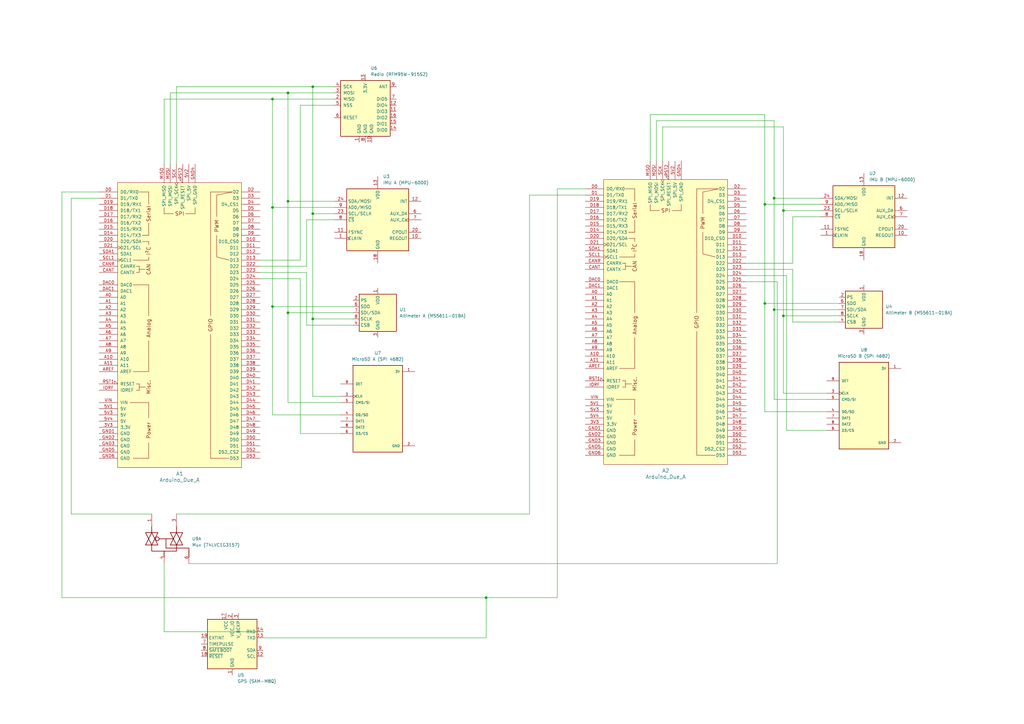
<source format=kicad_sch>
(kicad_sch
	(version 20250114)
	(generator "eeschema")
	(generator_version "9.0")
	(uuid "b6f0b7d5-80f8-41fa-ac21-0dde9500f90a")
	(paper "A3")
	(lib_symbols
		(symbol "74xGxx:74LVC1G3157"
			(exclude_from_sim no)
			(in_bom yes)
			(on_board yes)
			(property "Reference" "U"
				(at 5.08 7.62 0)
				(effects
					(font
						(size 1.27 1.27)
					)
				)
			)
			(property "Value" "74LVC1G3157"
				(at 10.16 -7.62 0)
				(effects
					(font
						(size 1.27 1.27)
					)
				)
			)
			(property "Footprint" ""
				(at 0 0 0)
				(effects
					(font
						(size 1.27 1.27)
					)
					(hide yes)
				)
			)
			(property "Datasheet" "http://www.ti.com/lit/sg/scyt129e/scyt129e.pdf"
				(at 0 0 0)
				(effects
					(font
						(size 1.27 1.27)
					)
					(hide yes)
				)
			)
			(property "Description" "SPDT Analog Switch, Low-Voltage CMOS"
				(at 0 0 0)
				(effects
					(font
						(size 1.27 1.27)
					)
					(hide yes)
				)
			)
			(property "ki_locked" ""
				(at 0 0 0)
				(effects
					(font
						(size 1.27 1.27)
					)
				)
			)
			(property "ki_keywords" "SPDT Analog Switch CMOS"
				(at 0 0 0)
				(effects
					(font
						(size 1.27 1.27)
					)
					(hide yes)
				)
			)
			(property "ki_fp_filters" "SOT* SC*"
				(at 0 0 0)
				(effects
					(font
						(size 1.27 1.27)
					)
					(hide yes)
				)
			)
			(symbol "74LVC1G3157_1_1"
				(polyline
					(pts
						(xy -7.62 0) (xy -5.08 0)
					)
					(stroke
						(width 0.254)
						(type default)
					)
					(fill
						(type background)
					)
				)
				(polyline
					(pts
						(xy -7.62 -10.16) (xy -5.08 -10.16)
					)
					(stroke
						(width 0.254)
						(type default)
					)
					(fill
						(type background)
					)
				)
				(polyline
					(pts
						(xy -2.54 7.62) (xy 0 6.35) (xy -2.54 5.08) (xy -2.54 7.62)
					)
					(stroke
						(width 0.254)
						(type default)
					)
					(fill
						(type none)
					)
				)
				(polyline
					(pts
						(xy -2.54 5.08) (xy 0 3.81) (xy -2.54 2.54) (xy -2.54 5.08)
					)
					(stroke
						(width 0.254)
						(type default)
					)
					(fill
						(type none)
					)
				)
				(polyline
					(pts
						(xy -2.54 5.08) (xy -5.08 5.08) (xy -5.08 0) (xy -5.08 -5.08) (xy -2.54 -5.08)
					)
					(stroke
						(width 0.254)
						(type default)
					)
					(fill
						(type none)
					)
				)
				(polyline
					(pts
						(xy -2.54 -2.54) (xy -2.54 -5.08) (xy 0 -3.81) (xy -2.54 -2.54)
					)
					(stroke
						(width 0.254)
						(type default)
					)
					(fill
						(type none)
					)
				)
				(polyline
					(pts
						(xy -2.54 -5.08) (xy 0 -6.35) (xy -2.54 -7.62) (xy -2.54 -5.08)
					)
					(stroke
						(width 0.254)
						(type default)
					)
					(fill
						(type none)
					)
				)
				(circle
					(center 0 2.794)
					(radius 0.762)
					(stroke
						(width 0.254)
						(type default)
					)
					(fill
						(type none)
					)
				)
				(polyline
					(pts
						(xy 0 -0.762) (xy -3.81 -0.762) (xy -3.81 -10.16) (xy -5.08 -10.16)
					)
					(stroke
						(width 0.254)
						(type default)
					)
					(fill
						(type none)
					)
				)
				(polyline
					(pts
						(xy 0 -3.81) (xy 0 2.032)
					)
					(stroke
						(width 0.254)
						(type default)
					)
					(fill
						(type none)
					)
				)
				(polyline
					(pts
						(xy 2.54 5.08) (xy 2.54 7.62) (xy 0 6.35) (xy 2.54 5.08)
					)
					(stroke
						(width 0.254)
						(type default)
					)
					(fill
						(type none)
					)
				)
				(polyline
					(pts
						(xy 2.54 5.08) (xy 2.54 2.54) (xy 0 3.81) (xy 2.54 5.08)
					)
					(stroke
						(width 0.254)
						(type default)
					)
					(fill
						(type none)
					)
				)
				(polyline
					(pts
						(xy 2.54 -2.54) (xy 2.54 -5.08) (xy 0 -3.81) (xy 2.54 -2.54)
					)
					(stroke
						(width 0.254)
						(type default)
					)
					(fill
						(type none)
					)
				)
				(polyline
					(pts
						(xy 2.54 -5.08) (xy 0 -6.35) (xy 2.54 -7.62) (xy 2.54 -5.08)
					)
					(stroke
						(width 0.254)
						(type default)
					)
					(fill
						(type none)
					)
				)
				(polyline
					(pts
						(xy 5.08 5.08) (xy 2.54 5.08)
					)
					(stroke
						(width 0.254)
						(type default)
					)
					(fill
						(type background)
					)
				)
				(polyline
					(pts
						(xy 5.08 -5.08) (xy 2.54 -5.08)
					)
					(stroke
						(width 0.254)
						(type default)
					)
					(fill
						(type background)
					)
				)
				(pin bidirectional line
					(at -10.16 0 0)
					(length 5.08)
					(name "~"
						(effects
							(font
								(size 1.27 1.27)
							)
						)
					)
					(number "4"
						(effects
							(font
								(size 1.27 1.27)
							)
						)
					)
				)
				(pin input line
					(at -10.16 -10.16 0)
					(length 5.08)
					(name "~"
						(effects
							(font
								(size 1.27 1.27)
							)
						)
					)
					(number "6"
						(effects
							(font
								(size 1.27 1.27)
							)
						)
					)
				)
				(pin bidirectional line
					(at 10.16 5.08 180)
					(length 5.08)
					(name "~"
						(effects
							(font
								(size 1.27 1.27)
							)
						)
					)
					(number "1"
						(effects
							(font
								(size 1.27 1.27)
							)
						)
					)
				)
				(pin bidirectional line
					(at 10.16 -5.08 180)
					(length 5.08)
					(name "~"
						(effects
							(font
								(size 1.27 1.27)
							)
						)
					)
					(number "3"
						(effects
							(font
								(size 1.27 1.27)
							)
						)
					)
				)
			)
			(symbol "74LVC1G3157_2_1"
				(rectangle
					(start -2.54 5.08)
					(end 2.54 -5.08)
					(stroke
						(width 0.254)
						(type default)
					)
					(fill
						(type background)
					)
				)
				(pin power_in line
					(at 0 10.16 270)
					(length 5.08)
					(name "VCC"
						(effects
							(font
								(size 1.27 1.27)
							)
						)
					)
					(number "5"
						(effects
							(font
								(size 1.27 1.27)
							)
						)
					)
				)
				(pin power_in line
					(at 0 -10.16 90)
					(length 5.08)
					(name "GND"
						(effects
							(font
								(size 1.27 1.27)
							)
						)
					)
					(number "2"
						(effects
							(font
								(size 1.27 1.27)
							)
						)
					)
				)
			)
			(embedded_fonts no)
		)
		(symbol "MICROSD_SPI_OR_SDIO_CARD:MICROSD_SPI_OR_SDIO_CARD"
			(pin_names
				(offset 1.016)
			)
			(exclude_from_sim no)
			(in_bom yes)
			(on_board yes)
			(property "Reference" "U"
				(at -10.16 18.542 0)
				(effects
					(font
						(size 1.27 1.27)
					)
					(justify left bottom)
				)
			)
			(property "Value" "MICROSD_SPI_OR_SDIO_CARD"
				(at -10.16 -20.32 0)
				(effects
					(font
						(size 1.27 1.27)
					)
					(justify left bottom)
				)
			)
			(property "Footprint" "MICROSD_SPI_OR_SDIO_CARD:MODULE_MICROSD_SPI_OR_SDIO_CARD"
				(at 0 0 0)
				(effects
					(font
						(size 1.27 1.27)
					)
					(justify bottom)
					(hide yes)
				)
			)
			(property "Datasheet" ""
				(at 0 0 0)
				(effects
					(font
						(size 1.27 1.27)
					)
					(hide yes)
				)
			)
			(property "Description" ""
				(at 0 0 0)
				(effects
					(font
						(size 1.27 1.27)
					)
					(hide yes)
				)
			)
			(property "MF" "Adafruit Industries"
				(at 0 0 0)
				(effects
					(font
						(size 1.27 1.27)
					)
					(justify bottom)
					(hide yes)
				)
			)
			(property "Description_1" "Memory Card Connectors Raspberry pi microSD card adapter"
				(at 0 0 0)
				(effects
					(font
						(size 1.27 1.27)
					)
					(justify bottom)
					(hide yes)
				)
			)
			(property "Package" "Package"
				(at 0 0 0)
				(effects
					(font
						(size 1.27 1.27)
					)
					(justify bottom)
					(hide yes)
				)
			)
			(property "Price" "None"
				(at 0 0 0)
				(effects
					(font
						(size 1.27 1.27)
					)
					(justify bottom)
					(hide yes)
				)
			)
			(property "Check_prices" "https://www.snapeda.com/parts/MicroSD%20SPI%20or%20SDIO%20Card/Adafruit+Industries/view-part/?ref=eda"
				(at 0 0 0)
				(effects
					(font
						(size 1.27 1.27)
					)
					(justify bottom)
					(hide yes)
				)
			)
			(property "STANDARD" "Manufacturer Recommendations"
				(at 0 0 0)
				(effects
					(font
						(size 1.27 1.27)
					)
					(justify bottom)
					(hide yes)
				)
			)
			(property "PARTREV" "B"
				(at 0 0 0)
				(effects
					(font
						(size 1.27 1.27)
					)
					(justify bottom)
					(hide yes)
				)
			)
			(property "SnapEDA_Link" "https://www.snapeda.com/parts/MicroSD%20SPI%20or%20SDIO%20Card/Adafruit+Industries/view-part/?ref=snap"
				(at 0 0 0)
				(effects
					(font
						(size 1.27 1.27)
					)
					(justify bottom)
					(hide yes)
				)
			)
			(property "MP" "MicroSD SPI or SDIO Card"
				(at 0 0 0)
				(effects
					(font
						(size 1.27 1.27)
					)
					(justify bottom)
					(hide yes)
				)
			)
			(property "Availability" "Not in stock"
				(at 0 0 0)
				(effects
					(font
						(size 1.27 1.27)
					)
					(justify bottom)
					(hide yes)
				)
			)
			(property "MANUFACTURER" "Adafruit Industries"
				(at 0 0 0)
				(effects
					(font
						(size 1.27 1.27)
					)
					(justify bottom)
					(hide yes)
				)
			)
			(symbol "MICROSD_SPI_OR_SDIO_CARD_0_0"
				(rectangle
					(start -10.16 -17.78)
					(end 10.16 17.78)
					(stroke
						(width 0.254)
						(type default)
					)
					(fill
						(type background)
					)
				)
				(pin input line
					(at -15.24 10.16 0)
					(length 5.08)
					(name "DET"
						(effects
							(font
								(size 1.016 1.016)
							)
						)
					)
					(number "9"
						(effects
							(font
								(size 1.016 1.016)
							)
						)
					)
				)
				(pin input clock
					(at -15.24 5.08 0)
					(length 5.08)
					(name "CLK"
						(effects
							(font
								(size 1.016 1.016)
							)
						)
					)
					(number "3"
						(effects
							(font
								(size 1.016 1.016)
							)
						)
					)
				)
				(pin bidirectional line
					(at -15.24 2.54 0)
					(length 5.08)
					(name "CMD/SI"
						(effects
							(font
								(size 1.016 1.016)
							)
						)
					)
					(number "5"
						(effects
							(font
								(size 1.016 1.016)
							)
						)
					)
				)
				(pin bidirectional line
					(at -15.24 -2.54 0)
					(length 5.08)
					(name "D0/SO"
						(effects
							(font
								(size 1.016 1.016)
							)
						)
					)
					(number "4"
						(effects
							(font
								(size 1.016 1.016)
							)
						)
					)
				)
				(pin bidirectional line
					(at -15.24 -5.08 0)
					(length 5.08)
					(name "DAT1"
						(effects
							(font
								(size 1.016 1.016)
							)
						)
					)
					(number "7"
						(effects
							(font
								(size 1.016 1.016)
							)
						)
					)
				)
				(pin bidirectional line
					(at -15.24 -7.62 0)
					(length 5.08)
					(name "DAT2"
						(effects
							(font
								(size 1.016 1.016)
							)
						)
					)
					(number "8"
						(effects
							(font
								(size 1.016 1.016)
							)
						)
					)
				)
				(pin bidirectional line
					(at -15.24 -10.16 0)
					(length 5.08)
					(name "D3/CS"
						(effects
							(font
								(size 1.016 1.016)
							)
						)
					)
					(number "6"
						(effects
							(font
								(size 1.016 1.016)
							)
						)
					)
				)
				(pin power_in line
					(at 15.24 15.24 180)
					(length 5.08)
					(name "3V"
						(effects
							(font
								(size 1.016 1.016)
							)
						)
					)
					(number "1"
						(effects
							(font
								(size 1.016 1.016)
							)
						)
					)
				)
				(pin power_in line
					(at 15.24 -15.24 180)
					(length 5.08)
					(name "GND"
						(effects
							(font
								(size 1.016 1.016)
							)
						)
					)
					(number "2"
						(effects
							(font
								(size 1.016 1.016)
							)
						)
					)
				)
			)
			(embedded_fonts no)
		)
		(symbol "PCM_arduino-library:Arduino_Due_Shield"
			(pin_names
				(offset 1.016)
			)
			(exclude_from_sim no)
			(in_bom yes)
			(on_board yes)
			(property "Reference" "A"
				(at 0 -62.23 0)
				(effects
					(font
						(size 1.524 1.524)
					)
				)
			)
			(property "Value" "Arduino_Due_Shield"
				(at 0 -66.04 0)
				(effects
					(font
						(size 1.524 1.524)
					)
				)
			)
			(property "Footprint" "PCM_arduino-library:Arduino_Due_Shield"
				(at 0 -73.66 0)
				(effects
					(font
						(size 1.524 1.524)
					)
					(hide yes)
				)
			)
			(property "Datasheet" "https://docs.arduino.cc/hardware/due"
				(at 0 -69.85 0)
				(effects
					(font
						(size 1.524 1.524)
					)
					(hide yes)
				)
			)
			(property "Description" "Shield for Arduino Due"
				(at 0 0 0)
				(effects
					(font
						(size 1.27 1.27)
					)
					(hide yes)
				)
			)
			(property "ki_keywords" "Arduino MPU Shield"
				(at 0 0 0)
				(effects
					(font
						(size 1.27 1.27)
					)
					(hide yes)
				)
			)
			(property "ki_fp_filters" "Arduino_Due_Shield"
				(at 0 0 0)
				(effects
					(font
						(size 1.27 1.27)
					)
					(hide yes)
				)
			)
			(symbol "Arduino_Due_Shield_0_0"
				(rectangle
					(start -25.4 -58.42)
					(end 25.4 58.42)
					(stroke
						(width 0)
						(type default)
					)
					(fill
						(type background)
					)
				)
				(rectangle
					(start -20.32 -31.75)
					(end -12.7 -31.75)
					(stroke
						(width 0)
						(type default)
					)
					(fill
						(type none)
					)
				)
				(rectangle
					(start -19.05 26.67)
					(end -12.7 26.67)
					(stroke
						(width 0)
						(type default)
					)
					(fill
						(type none)
					)
				)
				(rectangle
					(start -19.05 16.51)
					(end -12.7 16.51)
					(stroke
						(width 0)
						(type default)
					)
					(fill
						(type none)
					)
				)
				(rectangle
					(start -19.05 -19.05)
					(end -12.7 -19.05)
					(stroke
						(width 0)
						(type default)
					)
					(fill
						(type none)
					)
				)
				(rectangle
					(start -19.05 -54.61)
					(end -12.7 -54.61)
					(stroke
						(width 0)
						(type default)
					)
					(fill
						(type none)
					)
				)
				(rectangle
					(start -17.78 24.13)
					(end -16.51 24.13)
					(stroke
						(width 0)
						(type default)
					)
					(fill
						(type none)
					)
				)
				(rectangle
					(start -17.78 21.59)
					(end -16.51 21.59)
					(stroke
						(width 0)
						(type default)
					)
					(fill
						(type none)
					)
				)
				(rectangle
					(start -17.78 -24.13)
					(end -16.51 -24.13)
					(stroke
						(width 0)
						(type default)
					)
					(fill
						(type none)
					)
				)
				(rectangle
					(start -17.78 -26.67)
					(end -16.51 -26.67)
					(stroke
						(width 0)
						(type default)
					)
					(fill
						(type none)
					)
				)
				(rectangle
					(start -16.51 54.61)
					(end -12.7 54.61)
					(stroke
						(width 0)
						(type default)
					)
					(fill
						(type none)
					)
				)
				(rectangle
					(start -16.51 24.13)
					(end -16.51 21.59)
					(stroke
						(width 0)
						(type default)
					)
					(fill
						(type none)
					)
				)
				(rectangle
					(start -16.51 22.86)
					(end -13.97 22.86)
					(stroke
						(width 0)
						(type default)
					)
					(fill
						(type none)
					)
				)
				(rectangle
					(start -16.51 -24.13)
					(end -16.51 -26.67)
					(stroke
						(width 0)
						(type default)
					)
					(fill
						(type none)
					)
				)
				(rectangle
					(start -16.51 -25.4)
					(end -13.97 -25.4)
					(stroke
						(width 0)
						(type default)
					)
					(fill
						(type none)
					)
				)
				(rectangle
					(start -15.24 36.83)
					(end -12.7 36.83)
					(stroke
						(width 0)
						(type default)
					)
					(fill
						(type none)
					)
				)
				(rectangle
					(start -15.24 34.29)
					(end -12.7 34.29)
					(stroke
						(width 0)
						(type default)
					)
					(fill
						(type none)
					)
				)
				(rectangle
					(start -12.7 49.53)
					(end -12.7 54.61)
					(stroke
						(width 0)
						(type default)
					)
					(fill
						(type none)
					)
				)
				(rectangle
					(start -12.7 41.91)
					(end -12.7 36.83)
					(stroke
						(width 0)
						(type default)
					)
					(fill
						(type none)
					)
				)
				(rectangle
					(start -12.7 34.29)
					(end -12.7 33.02)
					(stroke
						(width 0)
						(type default)
					)
					(fill
						(type none)
					)
				)
				(rectangle
					(start -12.7 26.67)
					(end -12.7 27.94)
					(stroke
						(width 0)
						(type default)
					)
					(fill
						(type none)
					)
				)
				(rectangle
					(start -12.7 16.51)
					(end -12.7 3.81)
					(stroke
						(width 0)
						(type default)
					)
					(fill
						(type none)
					)
				)
				(rectangle
					(start -12.7 -6.35)
					(end -12.7 -19.05)
					(stroke
						(width 0)
						(type default)
					)
					(fill
						(type none)
					)
				)
				(rectangle
					(start -12.7 -31.75)
					(end -12.7 -38.1)
					(stroke
						(width 0)
						(type default)
					)
					(fill
						(type none)
					)
				)
				(rectangle
					(start -12.7 -54.61)
					(end -12.7 -48.26)
					(stroke
						(width 0)
						(type default)
					)
					(fill
						(type none)
					)
				)
				(rectangle
					(start -6.35 48.26)
					(end -6.35 45.72)
					(stroke
						(width 0)
						(type default)
					)
					(fill
						(type none)
					)
				)
				(rectangle
					(start -2.54 45.72)
					(end -6.35 45.72)
					(stroke
						(width 0)
						(type default)
					)
					(fill
						(type none)
					)
				)
				(rectangle
					(start 6.35 48.26)
					(end 6.35 45.72)
					(stroke
						(width 0)
						(type default)
					)
					(fill
						(type none)
					)
				)
				(rectangle
					(start 6.35 45.72)
					(end 2.54 45.72)
					(stroke
						(width 0)
						(type default)
					)
					(fill
						(type none)
					)
				)
				(polyline
					(pts
						(xy 12.7 -54.61) (xy 20.32 -54.61)
					)
					(stroke
						(width 0)
						(type default)
					)
					(fill
						(type none)
					)
				)
				(polyline
					(pts
						(xy 15.24 44.45) (xy 15.24 53.34) (xy 21.59 54.61)
					)
					(stroke
						(width 0)
						(type default)
					)
					(fill
						(type none)
					)
				)
				(polyline
					(pts
						(xy 20.32 26.67) (xy 15.24 27.94) (xy 15.24 36.83)
					)
					(stroke
						(width 0)
						(type default)
					)
					(fill
						(type none)
					)
				)
				(polyline
					(pts
						(xy 21.59 54.61) (xy 12.7 54.61)
					)
					(stroke
						(width 0)
						(type default)
					)
					(fill
						(type none)
					)
				)
				(text "Serial"
					(at -12.7 45.72 900)
					(effects
						(font
							(size 1.524 1.524)
						)
					)
				)
				(text "I²C"
					(at -12.7 30.48 900)
					(effects
						(font
							(size 1.524 1.524)
						)
					)
				)
				(text "CAN"
					(at -12.7 22.86 900)
					(effects
						(font
							(size 1.524 1.524)
						)
					)
				)
				(text "Analog"
					(at -12.7 -1.27 900)
					(effects
						(font
							(size 1.524 1.524)
						)
					)
				)
				(text "Misc."
					(at -12.7 -25.4 900)
					(effects
						(font
							(size 1.524 1.524)
						)
					)
				)
				(text "Power"
					(at -12.7 -43.18 900)
					(effects
						(font
							(size 1.524 1.524)
						)
					)
				)
				(text "SPI"
					(at 0 45.72 0)
					(effects
						(font
							(size 1.524 1.524)
						)
					)
				)
				(text "PWM"
					(at 15.24 40.64 900)
					(effects
						(font
							(size 1.524 1.524)
						)
					)
				)
			)
			(symbol "Arduino_Due_Shield_1_0"
				(rectangle
					(start 12.7 54.61)
					(end 12.7 3.81)
					(stroke
						(width 0)
						(type default)
					)
					(fill
						(type none)
					)
				)
				(rectangle
					(start 12.7 -54.61)
					(end 12.7 -3.81)
					(stroke
						(width 0)
						(type default)
					)
					(fill
						(type none)
					)
				)
				(text "GPIO"
					(at 12.7 0 900)
					(effects
						(font
							(size 1.524 1.524)
						)
					)
				)
			)
			(symbol "Arduino_Due_Shield_1_1"
				(pin bidirectional line
					(at -33.02 54.61 0)
					(length 7.62)
					(name "D0/RX0"
						(effects
							(font
								(size 1.27 1.27)
							)
						)
					)
					(number "D0"
						(effects
							(font
								(size 1.27 1.27)
							)
						)
					)
				)
				(pin bidirectional line
					(at -33.02 52.07 0)
					(length 7.62)
					(name "D1/TX0"
						(effects
							(font
								(size 1.27 1.27)
							)
						)
					)
					(number "D1"
						(effects
							(font
								(size 1.27 1.27)
							)
						)
					)
				)
				(pin bidirectional line
					(at -33.02 49.53 0)
					(length 7.62)
					(name "D19/RX1"
						(effects
							(font
								(size 1.27 1.27)
							)
						)
					)
					(number "D19"
						(effects
							(font
								(size 1.27 1.27)
							)
						)
					)
				)
				(pin bidirectional line
					(at -33.02 46.99 0)
					(length 7.62)
					(name "D18/TX1"
						(effects
							(font
								(size 1.27 1.27)
							)
						)
					)
					(number "D18"
						(effects
							(font
								(size 1.27 1.27)
							)
						)
					)
				)
				(pin bidirectional line
					(at -33.02 44.45 0)
					(length 7.62)
					(name "D17/RX2"
						(effects
							(font
								(size 1.27 1.27)
							)
						)
					)
					(number "D17"
						(effects
							(font
								(size 1.27 1.27)
							)
						)
					)
				)
				(pin bidirectional line
					(at -33.02 41.91 0)
					(length 7.62)
					(name "D16/TX2"
						(effects
							(font
								(size 1.27 1.27)
							)
						)
					)
					(number "D16"
						(effects
							(font
								(size 1.27 1.27)
							)
						)
					)
				)
				(pin bidirectional line
					(at -33.02 39.37 0)
					(length 7.62)
					(name "D15/RX3"
						(effects
							(font
								(size 1.27 1.27)
							)
						)
					)
					(number "D15"
						(effects
							(font
								(size 1.27 1.27)
							)
						)
					)
				)
				(pin bidirectional line
					(at -33.02 36.83 0)
					(length 7.62)
					(name "D14/TX3"
						(effects
							(font
								(size 1.27 1.27)
							)
						)
					)
					(number "D14"
						(effects
							(font
								(size 1.27 1.27)
							)
						)
					)
				)
				(pin bidirectional line
					(at -33.02 34.29 0)
					(length 7.62)
					(name "D20/SDA"
						(effects
							(font
								(size 1.27 1.27)
							)
						)
					)
					(number "D20"
						(effects
							(font
								(size 1.27 1.27)
							)
						)
					)
				)
				(pin bidirectional clock
					(at -33.02 31.75 0)
					(length 7.62)
					(name "D21/SCL"
						(effects
							(font
								(size 1.27 1.27)
							)
						)
					)
					(number "D21"
						(effects
							(font
								(size 1.27 1.27)
							)
						)
					)
				)
				(pin bidirectional line
					(at -33.02 29.21 0)
					(length 7.62)
					(name "SDA1"
						(effects
							(font
								(size 1.27 1.27)
							)
						)
					)
					(number "SDA1"
						(effects
							(font
								(size 1.27 1.27)
							)
						)
					)
				)
				(pin bidirectional clock
					(at -33.02 26.67 0)
					(length 7.62)
					(name "SCL1"
						(effects
							(font
								(size 1.27 1.27)
							)
						)
					)
					(number "SCL1"
						(effects
							(font
								(size 1.27 1.27)
							)
						)
					)
				)
				(pin bidirectional line
					(at -33.02 24.13 0)
					(length 7.62)
					(name "CANRX"
						(effects
							(font
								(size 1.27 1.27)
							)
						)
					)
					(number "CANR"
						(effects
							(font
								(size 1.27 1.27)
							)
						)
					)
				)
				(pin bidirectional line
					(at -33.02 21.59 0)
					(length 7.62)
					(name "CANTX"
						(effects
							(font
								(size 1.27 1.27)
							)
						)
					)
					(number "CANT"
						(effects
							(font
								(size 1.27 1.27)
							)
						)
					)
				)
				(pin bidirectional line
					(at -33.02 16.51 0)
					(length 7.62)
					(name "DAC0"
						(effects
							(font
								(size 1.27 1.27)
							)
						)
					)
					(number "DAC0"
						(effects
							(font
								(size 1.27 1.27)
							)
						)
					)
				)
				(pin bidirectional line
					(at -33.02 13.97 0)
					(length 7.62)
					(name "DAC1"
						(effects
							(font
								(size 1.27 1.27)
							)
						)
					)
					(number "DAC1"
						(effects
							(font
								(size 1.27 1.27)
							)
						)
					)
				)
				(pin bidirectional line
					(at -33.02 11.43 0)
					(length 7.62)
					(name "A0"
						(effects
							(font
								(size 1.27 1.27)
							)
						)
					)
					(number "A0"
						(effects
							(font
								(size 1.27 1.27)
							)
						)
					)
				)
				(pin bidirectional line
					(at -33.02 8.89 0)
					(length 7.62)
					(name "A1"
						(effects
							(font
								(size 1.27 1.27)
							)
						)
					)
					(number "A1"
						(effects
							(font
								(size 1.27 1.27)
							)
						)
					)
				)
				(pin bidirectional line
					(at -33.02 6.35 0)
					(length 7.62)
					(name "A2"
						(effects
							(font
								(size 1.27 1.27)
							)
						)
					)
					(number "A2"
						(effects
							(font
								(size 1.27 1.27)
							)
						)
					)
				)
				(pin bidirectional line
					(at -33.02 3.81 0)
					(length 7.62)
					(name "A3"
						(effects
							(font
								(size 1.27 1.27)
							)
						)
					)
					(number "A3"
						(effects
							(font
								(size 1.27 1.27)
							)
						)
					)
				)
				(pin bidirectional line
					(at -33.02 1.27 0)
					(length 7.62)
					(name "A4"
						(effects
							(font
								(size 1.27 1.27)
							)
						)
					)
					(number "A4"
						(effects
							(font
								(size 1.27 1.27)
							)
						)
					)
				)
				(pin bidirectional line
					(at -33.02 -1.27 0)
					(length 7.62)
					(name "A5"
						(effects
							(font
								(size 1.27 1.27)
							)
						)
					)
					(number "A5"
						(effects
							(font
								(size 1.27 1.27)
							)
						)
					)
				)
				(pin bidirectional line
					(at -33.02 -3.81 0)
					(length 7.62)
					(name "A6"
						(effects
							(font
								(size 1.27 1.27)
							)
						)
					)
					(number "A6"
						(effects
							(font
								(size 1.27 1.27)
							)
						)
					)
				)
				(pin bidirectional line
					(at -33.02 -6.35 0)
					(length 7.62)
					(name "A7"
						(effects
							(font
								(size 1.27 1.27)
							)
						)
					)
					(number "A7"
						(effects
							(font
								(size 1.27 1.27)
							)
						)
					)
				)
				(pin bidirectional line
					(at -33.02 -8.89 0)
					(length 7.62)
					(name "A8"
						(effects
							(font
								(size 1.27 1.27)
							)
						)
					)
					(number "A8"
						(effects
							(font
								(size 1.27 1.27)
							)
						)
					)
				)
				(pin bidirectional line
					(at -33.02 -11.43 0)
					(length 7.62)
					(name "A9"
						(effects
							(font
								(size 1.27 1.27)
							)
						)
					)
					(number "A9"
						(effects
							(font
								(size 1.27 1.27)
							)
						)
					)
				)
				(pin bidirectional line
					(at -33.02 -13.97 0)
					(length 7.62)
					(name "A10"
						(effects
							(font
								(size 1.27 1.27)
							)
						)
					)
					(number "A10"
						(effects
							(font
								(size 1.27 1.27)
							)
						)
					)
				)
				(pin bidirectional line
					(at -33.02 -16.51 0)
					(length 7.62)
					(name "A11"
						(effects
							(font
								(size 1.27 1.27)
							)
						)
					)
					(number "A11"
						(effects
							(font
								(size 1.27 1.27)
							)
						)
					)
				)
				(pin input line
					(at -33.02 -19.05 0)
					(length 7.62)
					(name "AREF"
						(effects
							(font
								(size 1.27 1.27)
							)
						)
					)
					(number "AREF"
						(effects
							(font
								(size 1.27 1.27)
							)
						)
					)
				)
				(pin open_collector input_low
					(at -33.02 -24.13 0)
					(length 7.62)
					(name "RESET"
						(effects
							(font
								(size 1.27 1.27)
							)
						)
					)
					(number "RST1"
						(effects
							(font
								(size 1.27 1.27)
							)
						)
					)
				)
				(pin output line
					(at -33.02 -26.67 0)
					(length 7.62)
					(name "IOREF"
						(effects
							(font
								(size 1.27 1.27)
							)
						)
					)
					(number "IORF"
						(effects
							(font
								(size 1.27 1.27)
							)
						)
					)
				)
				(pin power_in line
					(at -33.02 -31.75 0)
					(length 7.62)
					(name "VIN"
						(effects
							(font
								(size 1.27 1.27)
							)
						)
					)
					(number "VIN"
						(effects
							(font
								(size 1.27 1.27)
							)
						)
					)
				)
				(pin power_in line
					(at -33.02 -34.29 0)
					(length 7.62)
					(name "5V"
						(effects
							(font
								(size 1.27 1.27)
							)
						)
					)
					(number "5V1"
						(effects
							(font
								(size 1.27 1.27)
							)
						)
					)
				)
				(pin power_in line
					(at -33.02 -36.83 0)
					(length 7.62)
					(name "5V"
						(effects
							(font
								(size 1.27 1.27)
							)
						)
					)
					(number "5V3"
						(effects
							(font
								(size 1.27 1.27)
							)
						)
					)
				)
				(pin power_in line
					(at -33.02 -39.37 0)
					(length 7.62)
					(name "5V"
						(effects
							(font
								(size 1.27 1.27)
							)
						)
					)
					(number "5V4"
						(effects
							(font
								(size 1.27 1.27)
							)
						)
					)
				)
				(pin power_out line
					(at -33.02 -41.91 0)
					(length 7.62)
					(name "3.3V"
						(effects
							(font
								(size 1.27 1.27)
							)
						)
					)
					(number "3V3"
						(effects
							(font
								(size 1.27 1.27)
							)
						)
					)
				)
				(pin power_in line
					(at -33.02 -44.45 0)
					(length 7.62)
					(name "GND"
						(effects
							(font
								(size 1.27 1.27)
							)
						)
					)
					(number "GND1"
						(effects
							(font
								(size 1.27 1.27)
							)
						)
					)
				)
				(pin power_in line
					(at -33.02 -46.99 0)
					(length 7.62)
					(name "GND"
						(effects
							(font
								(size 1.27 1.27)
							)
						)
					)
					(number "GND2"
						(effects
							(font
								(size 1.27 1.27)
							)
						)
					)
				)
				(pin power_in line
					(at -33.02 -49.53 0)
					(length 7.62)
					(name "GND"
						(effects
							(font
								(size 1.27 1.27)
							)
						)
					)
					(number "GND3"
						(effects
							(font
								(size 1.27 1.27)
							)
						)
					)
				)
				(pin power_in line
					(at -33.02 -52.07 0)
					(length 7.62)
					(name "GND"
						(effects
							(font
								(size 1.27 1.27)
							)
						)
					)
					(number "GND5"
						(effects
							(font
								(size 1.27 1.27)
							)
						)
					)
				)
				(pin power_in line
					(at -33.02 -54.61 0)
					(length 7.62)
					(name "GND"
						(effects
							(font
								(size 1.27 1.27)
							)
						)
					)
					(number "GND6"
						(effects
							(font
								(size 1.27 1.27)
							)
						)
					)
				)
				(pin input line
					(at -6.35 66.04 270)
					(length 7.62)
					(name "SPI_MISO"
						(effects
							(font
								(size 1.27 1.27)
							)
						)
					)
					(number "MISO"
						(effects
							(font
								(size 1.27 1.27)
							)
						)
					)
				)
				(pin output line
					(at -3.81 66.04 270)
					(length 7.62)
					(name "SPI_MOSI"
						(effects
							(font
								(size 1.27 1.27)
							)
						)
					)
					(number "MOSI"
						(effects
							(font
								(size 1.27 1.27)
							)
						)
					)
				)
				(pin output clock
					(at -1.27 66.04 270)
					(length 7.62)
					(name "SPI_SCK"
						(effects
							(font
								(size 1.27 1.27)
							)
						)
					)
					(number "SCK"
						(effects
							(font
								(size 1.27 1.27)
							)
						)
					)
				)
				(pin open_collector input_low
					(at 1.27 66.04 270)
					(length 7.62)
					(name "SPI_RESET"
						(effects
							(font
								(size 1.27 1.27)
							)
						)
					)
					(number "RST2"
						(effects
							(font
								(size 1.27 1.27)
							)
						)
					)
				)
				(pin power_in line
					(at 3.81 66.04 270)
					(length 7.62)
					(name "SPI_5V"
						(effects
							(font
								(size 1.27 1.27)
							)
						)
					)
					(number "5V2"
						(effects
							(font
								(size 1.27 1.27)
							)
						)
					)
				)
				(pin power_in line
					(at 6.35 66.04 270)
					(length 7.62)
					(name "SPI_GND"
						(effects
							(font
								(size 1.27 1.27)
							)
						)
					)
					(number "GND4"
						(effects
							(font
								(size 1.27 1.27)
							)
						)
					)
				)
				(pin bidirectional line
					(at 33.02 54.61 180)
					(length 7.62)
					(name "D2"
						(effects
							(font
								(size 1.27 1.27)
							)
						)
					)
					(number "D2"
						(effects
							(font
								(size 1.27 1.27)
							)
						)
					)
				)
				(pin bidirectional line
					(at 33.02 52.07 180)
					(length 7.62)
					(name "D3"
						(effects
							(font
								(size 1.27 1.27)
							)
						)
					)
					(number "D3"
						(effects
							(font
								(size 1.27 1.27)
							)
						)
					)
				)
				(pin bidirectional line
					(at 33.02 49.53 180)
					(length 7.62)
					(name "D4_CS1"
						(effects
							(font
								(size 1.27 1.27)
							)
						)
					)
					(number "D4"
						(effects
							(font
								(size 1.27 1.27)
							)
						)
					)
				)
				(pin bidirectional line
					(at 33.02 46.99 180)
					(length 7.62)
					(name "D5"
						(effects
							(font
								(size 1.27 1.27)
							)
						)
					)
					(number "D5"
						(effects
							(font
								(size 1.27 1.27)
							)
						)
					)
				)
				(pin bidirectional line
					(at 33.02 44.45 180)
					(length 7.62)
					(name "D6"
						(effects
							(font
								(size 1.27 1.27)
							)
						)
					)
					(number "D6"
						(effects
							(font
								(size 1.27 1.27)
							)
						)
					)
				)
				(pin bidirectional line
					(at 33.02 41.91 180)
					(length 7.62)
					(name "D7"
						(effects
							(font
								(size 1.27 1.27)
							)
						)
					)
					(number "D7"
						(effects
							(font
								(size 1.27 1.27)
							)
						)
					)
				)
				(pin bidirectional line
					(at 33.02 39.37 180)
					(length 7.62)
					(name "D8"
						(effects
							(font
								(size 1.27 1.27)
							)
						)
					)
					(number "D8"
						(effects
							(font
								(size 1.27 1.27)
							)
						)
					)
				)
				(pin bidirectional line
					(at 33.02 36.83 180)
					(length 7.62)
					(name "D9"
						(effects
							(font
								(size 1.27 1.27)
							)
						)
					)
					(number "D9"
						(effects
							(font
								(size 1.27 1.27)
							)
						)
					)
				)
				(pin bidirectional line
					(at 33.02 34.29 180)
					(length 7.62)
					(name "D10_CS0"
						(effects
							(font
								(size 1.27 1.27)
							)
						)
					)
					(number "D10"
						(effects
							(font
								(size 1.27 1.27)
							)
						)
					)
				)
				(pin bidirectional line
					(at 33.02 31.75 180)
					(length 7.62)
					(name "D11"
						(effects
							(font
								(size 1.27 1.27)
							)
						)
					)
					(number "D11"
						(effects
							(font
								(size 1.27 1.27)
							)
						)
					)
				)
				(pin bidirectional line
					(at 33.02 29.21 180)
					(length 7.62)
					(name "D12"
						(effects
							(font
								(size 1.27 1.27)
							)
						)
					)
					(number "D12"
						(effects
							(font
								(size 1.27 1.27)
							)
						)
					)
				)
				(pin bidirectional line
					(at 33.02 26.67 180)
					(length 7.62)
					(name "D13"
						(effects
							(font
								(size 1.27 1.27)
							)
						)
					)
					(number "D13"
						(effects
							(font
								(size 1.27 1.27)
							)
						)
					)
				)
				(pin bidirectional line
					(at 33.02 24.13 180)
					(length 7.62)
					(name "D22"
						(effects
							(font
								(size 1.27 1.27)
							)
						)
					)
					(number "D22"
						(effects
							(font
								(size 1.27 1.27)
							)
						)
					)
				)
				(pin bidirectional line
					(at 33.02 21.59 180)
					(length 7.62)
					(name "D23"
						(effects
							(font
								(size 1.27 1.27)
							)
						)
					)
					(number "D23"
						(effects
							(font
								(size 1.27 1.27)
							)
						)
					)
				)
				(pin bidirectional line
					(at 33.02 19.05 180)
					(length 7.62)
					(name "D24"
						(effects
							(font
								(size 1.27 1.27)
							)
						)
					)
					(number "D24"
						(effects
							(font
								(size 1.27 1.27)
							)
						)
					)
				)
				(pin bidirectional line
					(at 33.02 16.51 180)
					(length 7.62)
					(name "D25"
						(effects
							(font
								(size 1.27 1.27)
							)
						)
					)
					(number "D25"
						(effects
							(font
								(size 1.27 1.27)
							)
						)
					)
				)
				(pin bidirectional line
					(at 33.02 13.97 180)
					(length 7.62)
					(name "D26"
						(effects
							(font
								(size 1.27 1.27)
							)
						)
					)
					(number "D26"
						(effects
							(font
								(size 1.27 1.27)
							)
						)
					)
				)
				(pin bidirectional line
					(at 33.02 11.43 180)
					(length 7.62)
					(name "D27"
						(effects
							(font
								(size 1.27 1.27)
							)
						)
					)
					(number "D27"
						(effects
							(font
								(size 1.27 1.27)
							)
						)
					)
				)
				(pin bidirectional line
					(at 33.02 8.89 180)
					(length 7.62)
					(name "D28"
						(effects
							(font
								(size 1.27 1.27)
							)
						)
					)
					(number "D28"
						(effects
							(font
								(size 1.27 1.27)
							)
						)
					)
				)
				(pin bidirectional line
					(at 33.02 6.35 180)
					(length 7.62)
					(name "D29"
						(effects
							(font
								(size 1.27 1.27)
							)
						)
					)
					(number "D29"
						(effects
							(font
								(size 1.27 1.27)
							)
						)
					)
				)
				(pin bidirectional line
					(at 33.02 3.81 180)
					(length 7.62)
					(name "D30"
						(effects
							(font
								(size 1.27 1.27)
							)
						)
					)
					(number "D30"
						(effects
							(font
								(size 1.27 1.27)
							)
						)
					)
				)
				(pin bidirectional line
					(at 33.02 1.27 180)
					(length 7.62)
					(name "D31"
						(effects
							(font
								(size 1.27 1.27)
							)
						)
					)
					(number "D31"
						(effects
							(font
								(size 1.27 1.27)
							)
						)
					)
				)
				(pin bidirectional line
					(at 33.02 -1.27 180)
					(length 7.62)
					(name "D32"
						(effects
							(font
								(size 1.27 1.27)
							)
						)
					)
					(number "D32"
						(effects
							(font
								(size 1.27 1.27)
							)
						)
					)
				)
				(pin bidirectional line
					(at 33.02 -3.81 180)
					(length 7.62)
					(name "D33"
						(effects
							(font
								(size 1.27 1.27)
							)
						)
					)
					(number "D33"
						(effects
							(font
								(size 1.27 1.27)
							)
						)
					)
				)
				(pin bidirectional line
					(at 33.02 -6.35 180)
					(length 7.62)
					(name "D34"
						(effects
							(font
								(size 1.27 1.27)
							)
						)
					)
					(number "D34"
						(effects
							(font
								(size 1.27 1.27)
							)
						)
					)
				)
				(pin bidirectional line
					(at 33.02 -8.89 180)
					(length 7.62)
					(name "D35"
						(effects
							(font
								(size 1.27 1.27)
							)
						)
					)
					(number "D35"
						(effects
							(font
								(size 1.27 1.27)
							)
						)
					)
				)
				(pin bidirectional line
					(at 33.02 -11.43 180)
					(length 7.62)
					(name "D36"
						(effects
							(font
								(size 1.27 1.27)
							)
						)
					)
					(number "D36"
						(effects
							(font
								(size 1.27 1.27)
							)
						)
					)
				)
				(pin bidirectional line
					(at 33.02 -13.97 180)
					(length 7.62)
					(name "D37"
						(effects
							(font
								(size 1.27 1.27)
							)
						)
					)
					(number "D37"
						(effects
							(font
								(size 1.27 1.27)
							)
						)
					)
				)
				(pin bidirectional line
					(at 33.02 -16.51 180)
					(length 7.62)
					(name "D38"
						(effects
							(font
								(size 1.27 1.27)
							)
						)
					)
					(number "D38"
						(effects
							(font
								(size 1.27 1.27)
							)
						)
					)
				)
				(pin bidirectional line
					(at 33.02 -19.05 180)
					(length 7.62)
					(name "D39"
						(effects
							(font
								(size 1.27 1.27)
							)
						)
					)
					(number "D39"
						(effects
							(font
								(size 1.27 1.27)
							)
						)
					)
				)
				(pin bidirectional line
					(at 33.02 -21.59 180)
					(length 7.62)
					(name "D40"
						(effects
							(font
								(size 1.27 1.27)
							)
						)
					)
					(number "D40"
						(effects
							(font
								(size 1.27 1.27)
							)
						)
					)
				)
				(pin bidirectional line
					(at 33.02 -24.13 180)
					(length 7.62)
					(name "D41"
						(effects
							(font
								(size 1.27 1.27)
							)
						)
					)
					(number "D41"
						(effects
							(font
								(size 1.27 1.27)
							)
						)
					)
				)
				(pin bidirectional line
					(at 33.02 -26.67 180)
					(length 7.62)
					(name "D42"
						(effects
							(font
								(size 1.27 1.27)
							)
						)
					)
					(number "D42"
						(effects
							(font
								(size 1.27 1.27)
							)
						)
					)
				)
				(pin bidirectional line
					(at 33.02 -29.21 180)
					(length 7.62)
					(name "D43"
						(effects
							(font
								(size 1.27 1.27)
							)
						)
					)
					(number "D43"
						(effects
							(font
								(size 1.27 1.27)
							)
						)
					)
				)
				(pin bidirectional line
					(at 33.02 -31.75 180)
					(length 7.62)
					(name "D44"
						(effects
							(font
								(size 1.27 1.27)
							)
						)
					)
					(number "D44"
						(effects
							(font
								(size 1.27 1.27)
							)
						)
					)
				)
				(pin bidirectional line
					(at 33.02 -34.29 180)
					(length 7.62)
					(name "D45"
						(effects
							(font
								(size 1.27 1.27)
							)
						)
					)
					(number "D45"
						(effects
							(font
								(size 1.27 1.27)
							)
						)
					)
				)
				(pin bidirectional line
					(at 33.02 -36.83 180)
					(length 7.62)
					(name "D46"
						(effects
							(font
								(size 1.27 1.27)
							)
						)
					)
					(number "D46"
						(effects
							(font
								(size 1.27 1.27)
							)
						)
					)
				)
				(pin bidirectional line
					(at 33.02 -39.37 180)
					(length 7.62)
					(name "D47"
						(effects
							(font
								(size 1.27 1.27)
							)
						)
					)
					(number "D47"
						(effects
							(font
								(size 1.27 1.27)
							)
						)
					)
				)
				(pin bidirectional line
					(at 33.02 -41.91 180)
					(length 7.62)
					(name "D48"
						(effects
							(font
								(size 1.27 1.27)
							)
						)
					)
					(number "D48"
						(effects
							(font
								(size 1.27 1.27)
							)
						)
					)
				)
				(pin bidirectional line
					(at 33.02 -44.45 180)
					(length 7.62)
					(name "D49"
						(effects
							(font
								(size 1.27 1.27)
							)
						)
					)
					(number "D49"
						(effects
							(font
								(size 1.27 1.27)
							)
						)
					)
				)
				(pin bidirectional line
					(at 33.02 -46.99 180)
					(length 7.62)
					(name "D50"
						(effects
							(font
								(size 1.27 1.27)
							)
						)
					)
					(number "D50"
						(effects
							(font
								(size 1.27 1.27)
							)
						)
					)
				)
				(pin bidirectional line
					(at 33.02 -49.53 180)
					(length 7.62)
					(name "D51"
						(effects
							(font
								(size 1.27 1.27)
							)
						)
					)
					(number "D51"
						(effects
							(font
								(size 1.27 1.27)
							)
						)
					)
				)
				(pin bidirectional line
					(at 33.02 -52.07 180)
					(length 7.62)
					(name "D52_CS2"
						(effects
							(font
								(size 1.27 1.27)
							)
						)
					)
					(number "D52"
						(effects
							(font
								(size 1.27 1.27)
							)
						)
					)
				)
				(pin bidirectional line
					(at 33.02 -54.61 180)
					(length 7.62)
					(name "D53"
						(effects
							(font
								(size 1.27 1.27)
							)
						)
					)
					(number "D53"
						(effects
							(font
								(size 1.27 1.27)
							)
						)
					)
				)
			)
			(embedded_fonts no)
		)
		(symbol "RF_GPS:SAM-M8Q"
			(exclude_from_sim no)
			(in_bom yes)
			(on_board yes)
			(property "Reference" "U"
				(at -8.89 11.43 0)
				(effects
					(font
						(size 1.27 1.27)
					)
				)
			)
			(property "Value" "SAM-M8Q"
				(at 8.89 11.43 0)
				(effects
					(font
						(size 1.27 1.27)
					)
				)
			)
			(property "Footprint" "RF_GPS:ublox_SAM-M8Q"
				(at 12.7 -11.43 0)
				(effects
					(font
						(size 1.27 1.27)
					)
					(hide yes)
				)
			)
			(property "Datasheet" "https://www.u-blox.com/sites/default/files/SAM-M8Q_DataSheet_%28UBX-16012619%29.pdf"
				(at 0 0 0)
				(effects
					(font
						(size 1.27 1.27)
					)
					(hide yes)
				)
			)
			(property "Description" "GPS ublox M8 variant"
				(at 0 0 0)
				(effects
					(font
						(size 1.27 1.27)
					)
					(hide yes)
				)
			)
			(property "ki_keywords" "gps module with antenna"
				(at 0 0 0)
				(effects
					(font
						(size 1.27 1.27)
					)
					(hide yes)
				)
			)
			(property "ki_fp_filters" "ublox*SAM?M8Q*"
				(at 0 0 0)
				(effects
					(font
						(size 1.27 1.27)
					)
					(hide yes)
				)
			)
			(symbol "SAM-M8Q_0_1"
				(rectangle
					(start -10.16 10.16)
					(end 10.16 -10.16)
					(stroke
						(width 0.254)
						(type default)
					)
					(fill
						(type background)
					)
				)
			)
			(symbol "SAM-M8Q_1_1"
				(pin input line
					(at -12.7 2.54 0)
					(length 2.54)
					(name "EXTINT"
						(effects
							(font
								(size 1.27 1.27)
							)
						)
					)
					(number "19"
						(effects
							(font
								(size 1.27 1.27)
							)
						)
					)
				)
				(pin output line
					(at -12.7 0 0)
					(length 2.54)
					(name "TIMEPULSE"
						(effects
							(font
								(size 1.27 1.27)
							)
						)
					)
					(number "7"
						(effects
							(font
								(size 1.27 1.27)
							)
						)
					)
				)
				(pin input line
					(at -12.7 -2.54 0)
					(length 2.54)
					(name "~{SAFEBOOT}"
						(effects
							(font
								(size 1.27 1.27)
							)
						)
					)
					(number "8"
						(effects
							(font
								(size 1.27 1.27)
							)
						)
					)
				)
				(pin input line
					(at -12.7 -5.08 0)
					(length 2.54)
					(name "~{RESET}"
						(effects
							(font
								(size 1.27 1.27)
							)
						)
					)
					(number "18"
						(effects
							(font
								(size 1.27 1.27)
							)
						)
					)
				)
				(pin power_in line
					(at -2.54 12.7 270)
					(length 2.54)
					(name "VCC"
						(effects
							(font
								(size 1.27 1.27)
							)
						)
					)
					(number "17"
						(effects
							(font
								(size 1.27 1.27)
							)
						)
					)
				)
				(pin power_in line
					(at 0 12.7 270)
					(length 2.54)
					(name "VCC_IO"
						(effects
							(font
								(size 1.27 1.27)
							)
						)
					)
					(number "2"
						(effects
							(font
								(size 1.27 1.27)
							)
						)
					)
				)
				(pin power_in line
					(at 0 -12.7 90)
					(length 2.54)
					(name "GND"
						(effects
							(font
								(size 1.27 1.27)
							)
						)
					)
					(number "1"
						(effects
							(font
								(size 1.27 1.27)
							)
						)
					)
				)
				(pin passive line
					(at 0 -12.7 90)
					(length 2.54)
					(hide yes)
					(name "GND"
						(effects
							(font
								(size 1.27 1.27)
							)
						)
					)
					(number "10"
						(effects
							(font
								(size 1.27 1.27)
							)
						)
					)
				)
				(pin passive line
					(at 0 -12.7 90)
					(length 2.54)
					(hide yes)
					(name "GND"
						(effects
							(font
								(size 1.27 1.27)
							)
						)
					)
					(number "11"
						(effects
							(font
								(size 1.27 1.27)
							)
						)
					)
				)
				(pin passive line
					(at 0 -12.7 90)
					(length 2.54)
					(hide yes)
					(name "GND"
						(effects
							(font
								(size 1.27 1.27)
							)
						)
					)
					(number "15"
						(effects
							(font
								(size 1.27 1.27)
							)
						)
					)
				)
				(pin passive line
					(at 0 -12.7 90)
					(length 2.54)
					(hide yes)
					(name "GND"
						(effects
							(font
								(size 1.27 1.27)
							)
						)
					)
					(number "16"
						(effects
							(font
								(size 1.27 1.27)
							)
						)
					)
				)
				(pin passive line
					(at 0 -12.7 90)
					(length 2.54)
					(hide yes)
					(name "GND"
						(effects
							(font
								(size 1.27 1.27)
							)
						)
					)
					(number "20"
						(effects
							(font
								(size 1.27 1.27)
							)
						)
					)
				)
				(pin passive line
					(at 0 -12.7 90)
					(length 2.54)
					(hide yes)
					(name "GND"
						(effects
							(font
								(size 1.27 1.27)
							)
						)
					)
					(number "4"
						(effects
							(font
								(size 1.27 1.27)
							)
						)
					)
				)
				(pin passive line
					(at 0 -12.7 90)
					(length 2.54)
					(hide yes)
					(name "GND"
						(effects
							(font
								(size 1.27 1.27)
							)
						)
					)
					(number "5"
						(effects
							(font
								(size 1.27 1.27)
							)
						)
					)
				)
				(pin passive line
					(at 0 -12.7 90)
					(length 2.54)
					(hide yes)
					(name "GND"
						(effects
							(font
								(size 1.27 1.27)
							)
						)
					)
					(number "6"
						(effects
							(font
								(size 1.27 1.27)
							)
						)
					)
				)
				(pin power_in line
					(at 2.54 12.7 270)
					(length 2.54)
					(name "V_BCKP"
						(effects
							(font
								(size 1.27 1.27)
							)
						)
					)
					(number "3"
						(effects
							(font
								(size 1.27 1.27)
							)
						)
					)
				)
				(pin input line
					(at 12.7 5.08 180)
					(length 2.54)
					(name "RXD"
						(effects
							(font
								(size 1.27 1.27)
							)
						)
					)
					(number "14"
						(effects
							(font
								(size 1.27 1.27)
							)
						)
					)
				)
				(pin output line
					(at 12.7 2.54 180)
					(length 2.54)
					(name "TXD"
						(effects
							(font
								(size 1.27 1.27)
							)
						)
					)
					(number "13"
						(effects
							(font
								(size 1.27 1.27)
							)
						)
					)
				)
				(pin bidirectional line
					(at 12.7 -2.54 180)
					(length 2.54)
					(name "SDA"
						(effects
							(font
								(size 1.27 1.27)
							)
						)
					)
					(number "9"
						(effects
							(font
								(size 1.27 1.27)
							)
						)
					)
				)
				(pin input line
					(at 12.7 -5.08 180)
					(length 2.54)
					(name "SCL"
						(effects
							(font
								(size 1.27 1.27)
							)
						)
					)
					(number "12"
						(effects
							(font
								(size 1.27 1.27)
							)
						)
					)
				)
			)
			(embedded_fonts no)
		)
		(symbol "RF_Module:RFM95W-915S2"
			(pin_names
				(offset 1.016)
			)
			(exclude_from_sim no)
			(in_bom yes)
			(on_board yes)
			(property "Reference" "U"
				(at -10.414 11.684 0)
				(effects
					(font
						(size 1.27 1.27)
					)
					(justify left)
				)
			)
			(property "Value" "RFM95W-915S2"
				(at 1.524 11.43 0)
				(effects
					(font
						(size 1.27 1.27)
					)
					(justify left)
				)
			)
			(property "Footprint" ""
				(at -83.82 41.91 0)
				(effects
					(font
						(size 1.27 1.27)
					)
					(hide yes)
				)
			)
			(property "Datasheet" "https://www.hoperf.com/data/upload/portal/20181127/5bfcbea20e9ef.pdf"
				(at -83.82 41.91 0)
				(effects
					(font
						(size 1.27 1.27)
					)
					(hide yes)
				)
			)
			(property "Description" "Low power long range transceiver module, SPI and parallel interface, 915 MHz, spreading factor 6 to12, bandwidth 7.8 to 500kHz, -111 to -148 dBm, SMD-16, DIP-16"
				(at 0 0 0)
				(effects
					(font
						(size 1.27 1.27)
					)
					(hide yes)
				)
			)
			(property "ki_keywords" "Low power long range transceiver module"
				(at 0 0 0)
				(effects
					(font
						(size 1.27 1.27)
					)
					(hide yes)
				)
			)
			(property "ki_fp_filters" "HOPERF*RFM9XW*"
				(at 0 0 0)
				(effects
					(font
						(size 1.27 1.27)
					)
					(hide yes)
				)
			)
			(symbol "RFM95W-915S2_0_1"
				(rectangle
					(start -10.16 10.16)
					(end 10.16 -12.7)
					(stroke
						(width 0.254)
						(type default)
					)
					(fill
						(type background)
					)
				)
			)
			(symbol "RFM95W-915S2_1_1"
				(pin input line
					(at -12.7 7.62 0)
					(length 2.54)
					(name "SCK"
						(effects
							(font
								(size 1.27 1.27)
							)
						)
					)
					(number "4"
						(effects
							(font
								(size 1.27 1.27)
							)
						)
					)
				)
				(pin input line
					(at -12.7 5.08 0)
					(length 2.54)
					(name "MOSI"
						(effects
							(font
								(size 1.27 1.27)
							)
						)
					)
					(number "3"
						(effects
							(font
								(size 1.27 1.27)
							)
						)
					)
				)
				(pin output line
					(at -12.7 2.54 0)
					(length 2.54)
					(name "MISO"
						(effects
							(font
								(size 1.27 1.27)
							)
						)
					)
					(number "2"
						(effects
							(font
								(size 1.27 1.27)
							)
						)
					)
				)
				(pin input line
					(at -12.7 0 0)
					(length 2.54)
					(name "NSS"
						(effects
							(font
								(size 1.27 1.27)
							)
						)
					)
					(number "5"
						(effects
							(font
								(size 1.27 1.27)
							)
						)
					)
				)
				(pin bidirectional line
					(at -12.7 -5.08 0)
					(length 2.54)
					(name "RESET"
						(effects
							(font
								(size 1.27 1.27)
							)
						)
					)
					(number "6"
						(effects
							(font
								(size 1.27 1.27)
							)
						)
					)
				)
				(pin power_in line
					(at -2.54 -15.24 90)
					(length 2.54)
					(name "GND"
						(effects
							(font
								(size 1.27 1.27)
							)
						)
					)
					(number "1"
						(effects
							(font
								(size 1.27 1.27)
							)
						)
					)
				)
				(pin power_in line
					(at 0 12.7 270)
					(length 2.54)
					(name "3.3V"
						(effects
							(font
								(size 1.27 1.27)
							)
						)
					)
					(number "13"
						(effects
							(font
								(size 1.27 1.27)
							)
						)
					)
				)
				(pin power_in line
					(at 0 -15.24 90)
					(length 2.54)
					(name "GND"
						(effects
							(font
								(size 1.27 1.27)
							)
						)
					)
					(number "8"
						(effects
							(font
								(size 1.27 1.27)
							)
						)
					)
				)
				(pin power_in line
					(at 2.54 -15.24 90)
					(length 2.54)
					(name "GND"
						(effects
							(font
								(size 1.27 1.27)
							)
						)
					)
					(number "10"
						(effects
							(font
								(size 1.27 1.27)
							)
						)
					)
				)
				(pin bidirectional line
					(at 12.7 7.62 180)
					(length 2.54)
					(name "ANT"
						(effects
							(font
								(size 1.27 1.27)
							)
						)
					)
					(number "9"
						(effects
							(font
								(size 1.27 1.27)
							)
						)
					)
				)
				(pin bidirectional line
					(at 12.7 2.54 180)
					(length 2.54)
					(name "DIO5"
						(effects
							(font
								(size 1.27 1.27)
							)
						)
					)
					(number "7"
						(effects
							(font
								(size 1.27 1.27)
							)
						)
					)
				)
				(pin bidirectional line
					(at 12.7 0 180)
					(length 2.54)
					(name "DIO4"
						(effects
							(font
								(size 1.27 1.27)
							)
						)
					)
					(number "12"
						(effects
							(font
								(size 1.27 1.27)
							)
						)
					)
				)
				(pin bidirectional line
					(at 12.7 -2.54 180)
					(length 2.54)
					(name "DIO3"
						(effects
							(font
								(size 1.27 1.27)
							)
						)
					)
					(number "11"
						(effects
							(font
								(size 1.27 1.27)
							)
						)
					)
				)
				(pin bidirectional line
					(at 12.7 -5.08 180)
					(length 2.54)
					(name "DIO2"
						(effects
							(font
								(size 1.27 1.27)
							)
						)
					)
					(number "16"
						(effects
							(font
								(size 1.27 1.27)
							)
						)
					)
				)
				(pin bidirectional line
					(at 12.7 -7.62 180)
					(length 2.54)
					(name "DIO1"
						(effects
							(font
								(size 1.27 1.27)
							)
						)
					)
					(number "15"
						(effects
							(font
								(size 1.27 1.27)
							)
						)
					)
				)
				(pin bidirectional line
					(at 12.7 -10.16 180)
					(length 2.54)
					(name "DIO0"
						(effects
							(font
								(size 1.27 1.27)
							)
						)
					)
					(number "14"
						(effects
							(font
								(size 1.27 1.27)
							)
						)
					)
				)
			)
			(embedded_fonts no)
		)
		(symbol "Sensor_Motion:MPU-6000"
			(exclude_from_sim no)
			(in_bom yes)
			(on_board yes)
			(property "Reference" "U"
				(at -11.43 13.97 0)
				(effects
					(font
						(size 1.27 1.27)
					)
				)
			)
			(property "Value" "MPU-6000"
				(at 7.62 -13.97 0)
				(effects
					(font
						(size 1.27 1.27)
					)
				)
			)
			(property "Footprint" "Sensor_Motion:InvenSense_QFN-24_4x4mm_P0.5mm"
				(at 0 -20.32 0)
				(effects
					(font
						(size 1.27 1.27)
					)
					(hide yes)
				)
			)
			(property "Datasheet" "https://invensense.tdk.com/wp-content/uploads/2015/02/MPU-6000-Datasheet1.pdf"
				(at 0 -3.81 0)
				(effects
					(font
						(size 1.27 1.27)
					)
					(hide yes)
				)
			)
			(property "Description" "InvenSense 6-Axis Motion Sensor, Gyroscope, Accelerometer, I2C/SPI"
				(at 0 0 0)
				(effects
					(font
						(size 1.27 1.27)
					)
					(hide yes)
				)
			)
			(property "ki_keywords" "mems"
				(at 0 0 0)
				(effects
					(font
						(size 1.27 1.27)
					)
					(hide yes)
				)
			)
			(property "ki_fp_filters" "*QFN?24*4x4mm*P0.5mm*"
				(at 0 0 0)
				(effects
					(font
						(size 1.27 1.27)
					)
					(hide yes)
				)
			)
			(symbol "MPU-6000_0_1"
				(rectangle
					(start -12.7 12.7)
					(end 12.7 -12.7)
					(stroke
						(width 0.254)
						(type default)
					)
					(fill
						(type background)
					)
				)
			)
			(symbol "MPU-6000_1_1"
				(pin bidirectional line
					(at -17.78 7.62 0)
					(length 5.08)
					(name "SDA/MOSI"
						(effects
							(font
								(size 1.27 1.27)
							)
						)
					)
					(number "24"
						(effects
							(font
								(size 1.27 1.27)
							)
						)
					)
				)
				(pin bidirectional line
					(at -17.78 5.08 0)
					(length 5.08)
					(name "AD0/MISO"
						(effects
							(font
								(size 1.27 1.27)
							)
						)
					)
					(number "9"
						(effects
							(font
								(size 1.27 1.27)
							)
						)
					)
				)
				(pin input line
					(at -17.78 2.54 0)
					(length 5.08)
					(name "SCL/SCLK"
						(effects
							(font
								(size 1.27 1.27)
							)
						)
					)
					(number "23"
						(effects
							(font
								(size 1.27 1.27)
							)
						)
					)
				)
				(pin input line
					(at -17.78 0 0)
					(length 5.08)
					(name "~{CS}"
						(effects
							(font
								(size 1.27 1.27)
							)
						)
					)
					(number "8"
						(effects
							(font
								(size 1.27 1.27)
							)
						)
					)
				)
				(pin input line
					(at -17.78 -5.08 0)
					(length 5.08)
					(name "FSYNC"
						(effects
							(font
								(size 1.27 1.27)
							)
						)
					)
					(number "11"
						(effects
							(font
								(size 1.27 1.27)
							)
						)
					)
				)
				(pin input clock
					(at -17.78 -7.62 0)
					(length 5.08)
					(name "CLKIN"
						(effects
							(font
								(size 1.27 1.27)
							)
						)
					)
					(number "1"
						(effects
							(font
								(size 1.27 1.27)
							)
						)
					)
				)
				(pin power_in line
					(at 0 17.78 270)
					(length 5.08)
					(name "VDD"
						(effects
							(font
								(size 1.27 1.27)
							)
						)
					)
					(number "13"
						(effects
							(font
								(size 1.27 1.27)
							)
						)
					)
				)
				(pin power_in line
					(at 0 -17.78 90)
					(length 5.08)
					(name "GND"
						(effects
							(font
								(size 1.27 1.27)
							)
						)
					)
					(number "18"
						(effects
							(font
								(size 1.27 1.27)
							)
						)
					)
				)
				(pin output line
					(at 17.78 7.62 180)
					(length 5.08)
					(name "INT"
						(effects
							(font
								(size 1.27 1.27)
							)
						)
					)
					(number "12"
						(effects
							(font
								(size 1.27 1.27)
							)
						)
					)
				)
				(pin bidirectional line
					(at 17.78 2.54 180)
					(length 5.08)
					(name "AUX_DA"
						(effects
							(font
								(size 1.27 1.27)
							)
						)
					)
					(number "6"
						(effects
							(font
								(size 1.27 1.27)
							)
						)
					)
				)
				(pin output clock
					(at 17.78 0 180)
					(length 5.08)
					(name "AUX_CL"
						(effects
							(font
								(size 1.27 1.27)
							)
						)
					)
					(number "7"
						(effects
							(font
								(size 1.27 1.27)
							)
						)
					)
				)
				(pin passive line
					(at 17.78 -5.08 180)
					(length 5.08)
					(name "CPOUT"
						(effects
							(font
								(size 1.27 1.27)
							)
						)
					)
					(number "20"
						(effects
							(font
								(size 1.27 1.27)
							)
						)
					)
				)
				(pin passive line
					(at 17.78 -7.62 180)
					(length 5.08)
					(name "REGOUT"
						(effects
							(font
								(size 1.27 1.27)
							)
						)
					)
					(number "10"
						(effects
							(font
								(size 1.27 1.27)
							)
						)
					)
				)
			)
			(embedded_fonts no)
		)
		(symbol "Sensor_Pressure:MS5611-01BA"
			(exclude_from_sim no)
			(in_bom yes)
			(on_board yes)
			(property "Reference" "U"
				(at -6.35 8.89 0)
				(effects
					(font
						(size 1.27 1.27)
					)
				)
			)
			(property "Value" "MS5611-01BA"
				(at 7.62 8.89 0)
				(effects
					(font
						(size 1.27 1.27)
					)
				)
			)
			(property "Footprint" "Package_LGA:LGA-8_3x5mm_P1.25mm"
				(at 0 0 0)
				(effects
					(font
						(size 1.27 1.27)
					)
					(hide yes)
				)
			)
			(property "Datasheet" "https://www.te.com/commerce/DocumentDelivery/DDEController?Action=srchrtrv&DocNm=MS5611-01BA03&DocType=Data+Sheet&DocLang=English"
				(at 0 0 0)
				(effects
					(font
						(size 1.27 1.27)
					)
					(hide yes)
				)
			)
			(property "Description" "Barometric pressure sensor, 10cm resolution, 10 to 1200 mbar, I2C and SPI interface up to 20MHz, LGA-8"
				(at 0 0 0)
				(effects
					(font
						(size 1.27 1.27)
					)
					(hide yes)
				)
			)
			(property "ki_keywords" "pressure SPI I2C"
				(at 0 0 0)
				(effects
					(font
						(size 1.27 1.27)
					)
					(hide yes)
				)
			)
			(property "ki_fp_filters" "LGA*3x5mm*P1.25mm*"
				(at 0 0 0)
				(effects
					(font
						(size 1.27 1.27)
					)
					(hide yes)
				)
			)
			(symbol "MS5611-01BA_0_1"
				(rectangle
					(start -7.62 7.62)
					(end 7.62 -7.62)
					(stroke
						(width 0.254)
						(type default)
					)
					(fill
						(type background)
					)
				)
			)
			(symbol "MS5611-01BA_1_1"
				(pin input line
					(at -10.16 5.08 0)
					(length 2.54)
					(name "PS"
						(effects
							(font
								(size 1.27 1.27)
							)
						)
					)
					(number "2"
						(effects
							(font
								(size 1.27 1.27)
							)
						)
					)
				)
				(pin output line
					(at -10.16 2.54 0)
					(length 2.54)
					(name "SDO"
						(effects
							(font
								(size 1.27 1.27)
							)
						)
					)
					(number "6"
						(effects
							(font
								(size 1.27 1.27)
							)
						)
					)
				)
				(pin bidirectional line
					(at -10.16 0 0)
					(length 2.54)
					(name "SDI/SDA"
						(effects
							(font
								(size 1.27 1.27)
							)
						)
					)
					(number "7"
						(effects
							(font
								(size 1.27 1.27)
							)
						)
					)
				)
				(pin input line
					(at -10.16 -2.54 0)
					(length 2.54)
					(name "SCLK"
						(effects
							(font
								(size 1.27 1.27)
							)
						)
					)
					(number "8"
						(effects
							(font
								(size 1.27 1.27)
							)
						)
					)
				)
				(pin input line
					(at -10.16 -5.08 0)
					(length 2.54)
					(name "CSB"
						(effects
							(font
								(size 1.27 1.27)
							)
						)
					)
					(number "4"
						(effects
							(font
								(size 1.27 1.27)
							)
						)
					)
				)
				(pin input line
					(at -10.16 -5.08 0)
					(length 2.54)
					(hide yes)
					(name "CSB"
						(effects
							(font
								(size 1.27 1.27)
							)
						)
					)
					(number "5"
						(effects
							(font
								(size 1.27 1.27)
							)
						)
					)
				)
				(pin power_in line
					(at 0 10.16 270)
					(length 2.54)
					(name "VDD"
						(effects
							(font
								(size 1.27 1.27)
							)
						)
					)
					(number "1"
						(effects
							(font
								(size 1.27 1.27)
							)
						)
					)
				)
				(pin power_in line
					(at 0 -10.16 90)
					(length 2.54)
					(name "GND"
						(effects
							(font
								(size 1.27 1.27)
							)
						)
					)
					(number "3"
						(effects
							(font
								(size 1.27 1.27)
							)
						)
					)
				)
			)
			(embedded_fonts no)
		)
	)
	(junction
		(at 128.27 87.63)
		(diameter 0)
		(color 0 0 0 0)
		(uuid "2276078c-719b-44fa-a7aa-edb27e6800e2")
	)
	(junction
		(at 321.31 86.36)
		(diameter 0)
		(color 0 0 0 0)
		(uuid "2c4bb3d4-3a78-4889-9301-0963919b45d5")
	)
	(junction
		(at 199.39 245.11)
		(diameter 0)
		(color 0 0 0 0)
		(uuid "4262fdde-9db8-4cc9-a929-15a645015e54")
	)
	(junction
		(at 321.31 129.54)
		(diameter 0)
		(color 0 0 0 0)
		(uuid "6420c4ac-3143-4504-bafe-deb9a7aae75e")
	)
	(junction
		(at 313.69 83.82)
		(diameter 0)
		(color 0 0 0 0)
		(uuid "71f57a5a-6071-4a6b-9946-91d382055d17")
	)
	(junction
		(at 111.76 40.64)
		(diameter 0)
		(color 0 0 0 0)
		(uuid "87f85f51-de29-4192-8602-13f6e2ea84a8")
	)
	(junction
		(at 128.27 130.81)
		(diameter 0)
		(color 0 0 0 0)
		(uuid "9bee87f0-0bb4-4e7e-9e53-bbec9bbe46f6")
	)
	(junction
		(at 118.11 82.55)
		(diameter 0)
		(color 0 0 0 0)
		(uuid "9c67cd26-a17a-4abd-baa8-911656d51898")
	)
	(junction
		(at 118.11 38.1)
		(diameter 0)
		(color 0 0 0 0)
		(uuid "9c7b8007-e950-4f5d-b6ba-42cad47a5973")
	)
	(junction
		(at 128.27 35.56)
		(diameter 0)
		(color 0 0 0 0)
		(uuid "a586386d-010d-45d1-9630-447a38068d71")
	)
	(junction
		(at 111.76 85.09)
		(diameter 0)
		(color 0 0 0 0)
		(uuid "a7539600-56f8-4ea8-82b4-d63b20bc0fff")
	)
	(junction
		(at 317.5 127)
		(diameter 0)
		(color 0 0 0 0)
		(uuid "a7b9c7a5-79f1-4e2e-bfb9-54e18d20d6b1")
	)
	(junction
		(at 313.69 124.46)
		(diameter 0)
		(color 0 0 0 0)
		(uuid "b24ad172-24b6-4ebf-b9da-b091b78ce53d")
	)
	(junction
		(at 118.11 128.27)
		(diameter 0)
		(color 0 0 0 0)
		(uuid "c55a7918-a391-4089-953e-f0aee0a76d64")
	)
	(junction
		(at 111.76 125.73)
		(diameter 0)
		(color 0 0 0 0)
		(uuid "dbbba6be-0421-418b-b431-56dffddf9c98")
	)
	(junction
		(at 317.5 81.28)
		(diameter 0)
		(color 0 0 0 0)
		(uuid "eca27ba2-973a-4476-ab65-34cf875bd7de")
	)
	(wire
		(pts
			(xy 125.73 90.17) (xy 137.16 90.17)
		)
		(stroke
			(width 0)
			(type default)
		)
		(uuid "002c4431-40cf-4b18-99ff-81811680a0a9")
	)
	(wire
		(pts
			(xy 321.31 161.29) (xy 339.09 161.29)
		)
		(stroke
			(width 0)
			(type default)
		)
		(uuid "0209a59c-8ac1-48ae-b305-2832cc3b82cd")
	)
	(wire
		(pts
			(xy 306.07 110.49) (xy 325.12 110.49)
		)
		(stroke
			(width 0)
			(type default)
		)
		(uuid "08fbd47c-96c7-43c8-abfc-1e51cc078ecb")
	)
	(wire
		(pts
			(xy 199.39 245.11) (xy 25.4 245.11)
		)
		(stroke
			(width 0)
			(type default)
		)
		(uuid "10596be3-8608-4b20-83f7-af59b7d17e07")
	)
	(wire
		(pts
			(xy 67.31 231.14) (xy 67.31 259.08)
		)
		(stroke
			(width 0)
			(type default)
		)
		(uuid "12cb2efd-8087-42ea-9fad-10678092fcf3")
	)
	(wire
		(pts
			(xy 111.76 85.09) (xy 137.16 85.09)
		)
		(stroke
			(width 0)
			(type default)
		)
		(uuid "13e22610-b1dc-41ec-a5b5-4db26fe2323c")
	)
	(wire
		(pts
			(xy 317.5 81.28) (xy 317.5 127)
		)
		(stroke
			(width 0)
			(type default)
		)
		(uuid "1839dac5-a27d-4c71-984b-60e1ab4fff48")
	)
	(wire
		(pts
			(xy 199.39 261.62) (xy 199.39 245.11)
		)
		(stroke
			(width 0)
			(type default)
		)
		(uuid "19e171e3-e0d1-4085-a99b-f78bd75f7fd6")
	)
	(wire
		(pts
			(xy 67.31 67.31) (xy 67.31 40.64)
		)
		(stroke
			(width 0)
			(type default)
		)
		(uuid "1e0eacf2-b3b5-4023-bbfc-b5d193bc3dc7")
	)
	(wire
		(pts
			(xy 317.5 127) (xy 317.5 163.83)
		)
		(stroke
			(width 0)
			(type default)
		)
		(uuid "1f040538-0fbc-4cc5-95cd-f649893eb992")
	)
	(wire
		(pts
			(xy 217.17 80.01) (xy 217.17 210.82)
		)
		(stroke
			(width 0)
			(type default)
		)
		(uuid "1fb9b808-19cf-4af0-b7ed-2bf6ac2fb402")
	)
	(wire
		(pts
			(xy 266.7 66.04) (xy 266.7 46.99)
		)
		(stroke
			(width 0)
			(type default)
		)
		(uuid "2004ae05-fd5e-4d35-a407-ecadaed43d90")
	)
	(wire
		(pts
			(xy 306.07 107.95) (xy 325.12 107.95)
		)
		(stroke
			(width 0)
			(type default)
		)
		(uuid "204d897e-46f8-4b78-8efb-968c6c410b91")
	)
	(wire
		(pts
			(xy 118.11 38.1) (xy 118.11 82.55)
		)
		(stroke
			(width 0)
			(type default)
		)
		(uuid "2490f517-666d-479d-9450-e014c34e6da5")
	)
	(wire
		(pts
			(xy 317.5 81.28) (xy 336.55 81.28)
		)
		(stroke
			(width 0)
			(type default)
		)
		(uuid "267a6157-942c-41f1-af72-6f95863dc402")
	)
	(wire
		(pts
			(xy 313.69 124.46) (xy 344.17 124.46)
		)
		(stroke
			(width 0)
			(type default)
		)
		(uuid "2733f338-a395-4c3b-81d2-99653e0057bb")
	)
	(wire
		(pts
			(xy 128.27 35.56) (xy 128.27 87.63)
		)
		(stroke
			(width 0)
			(type default)
		)
		(uuid "28a51ca3-8fdb-4f63-9b67-17064c1fc585")
	)
	(wire
		(pts
			(xy 29.21 210.82) (xy 62.23 210.82)
		)
		(stroke
			(width 0)
			(type default)
		)
		(uuid "29d0f70a-a706-4af7-b8bf-1c6ae61cede6")
	)
	(wire
		(pts
			(xy 322.58 113.03) (xy 322.58 176.53)
		)
		(stroke
			(width 0)
			(type default)
		)
		(uuid "2b6af038-3c41-4c02-ab7a-3f721a0f55dc")
	)
	(wire
		(pts
			(xy 25.4 245.11) (xy 25.4 78.74)
		)
		(stroke
			(width 0)
			(type default)
		)
		(uuid "2feeb4a0-231b-4071-a47c-04e7c3e22d99")
	)
	(wire
		(pts
			(xy 318.77 115.57) (xy 318.77 231.14)
		)
		(stroke
			(width 0)
			(type default)
		)
		(uuid "2ff3f719-ace7-4dd4-b273-76064dcbee10")
	)
	(wire
		(pts
			(xy 321.31 86.36) (xy 336.55 86.36)
		)
		(stroke
			(width 0)
			(type default)
		)
		(uuid "32d878e5-745e-4fd5-986e-f5fb4688a46f")
	)
	(wire
		(pts
			(xy 29.21 81.28) (xy 29.21 210.82)
		)
		(stroke
			(width 0)
			(type default)
		)
		(uuid "3474ea2e-481d-4140-9793-b571533cca17")
	)
	(wire
		(pts
			(xy 125.73 133.35) (xy 144.78 133.35)
		)
		(stroke
			(width 0)
			(type default)
		)
		(uuid "3a735052-a51c-47da-b509-aa12ba99586d")
	)
	(wire
		(pts
			(xy 317.5 127) (xy 344.17 127)
		)
		(stroke
			(width 0)
			(type default)
		)
		(uuid "3b18d7cf-d247-4cc7-a3c5-07b8bd577306")
	)
	(wire
		(pts
			(xy 128.27 130.81) (xy 128.27 162.56)
		)
		(stroke
			(width 0)
			(type default)
		)
		(uuid "3e49c61a-2006-4aa5-9705-67d1ee56bf9a")
	)
	(wire
		(pts
			(xy 72.39 35.56) (xy 128.27 35.56)
		)
		(stroke
			(width 0)
			(type default)
		)
		(uuid "4451d37b-ee07-44dc-bd3e-8f6703469802")
	)
	(wire
		(pts
			(xy 269.24 66.04) (xy 269.24 49.53)
		)
		(stroke
			(width 0)
			(type default)
		)
		(uuid "47f3428d-a0cb-46ff-b370-cf5fb5d0e574")
	)
	(wire
		(pts
			(xy 123.19 177.8) (xy 139.7 177.8)
		)
		(stroke
			(width 0)
			(type default)
		)
		(uuid "48687367-76fd-47b1-af8a-187f06d3342b")
	)
	(wire
		(pts
			(xy 123.19 106.68) (xy 123.19 43.18)
		)
		(stroke
			(width 0)
			(type default)
		)
		(uuid "4993b698-f158-47bd-8586-f9d87328f8d3")
	)
	(wire
		(pts
			(xy 321.31 129.54) (xy 344.17 129.54)
		)
		(stroke
			(width 0)
			(type default)
		)
		(uuid "4e6ee192-f474-4b17-a986-2416ffd3252d")
	)
	(wire
		(pts
			(xy 118.11 165.1) (xy 139.7 165.1)
		)
		(stroke
			(width 0)
			(type default)
		)
		(uuid "511845bd-e732-4f73-821e-813c4f1495d6")
	)
	(wire
		(pts
			(xy 106.68 109.22) (xy 125.73 109.22)
		)
		(stroke
			(width 0)
			(type default)
		)
		(uuid "5584d568-6544-4a46-8006-4c59c5d1201b")
	)
	(wire
		(pts
			(xy 306.07 115.57) (xy 318.77 115.57)
		)
		(stroke
			(width 0)
			(type default)
		)
		(uuid "569f4e6a-20f8-4538-9957-a6c941368ae7")
	)
	(wire
		(pts
			(xy 228.6 77.47) (xy 240.03 77.47)
		)
		(stroke
			(width 0)
			(type default)
		)
		(uuid "599a4fed-9355-40fb-9666-2f327d8b3318")
	)
	(wire
		(pts
			(xy 313.69 124.46) (xy 313.69 168.91)
		)
		(stroke
			(width 0)
			(type default)
		)
		(uuid "5a528ca7-8ecc-4f97-952e-dd288fa7f965")
	)
	(wire
		(pts
			(xy 69.85 67.31) (xy 69.85 38.1)
		)
		(stroke
			(width 0)
			(type default)
		)
		(uuid "5a877202-8c3c-412c-aecd-4ee9ffb52a4e")
	)
	(wire
		(pts
			(xy 123.19 43.18) (xy 137.16 43.18)
		)
		(stroke
			(width 0)
			(type default)
		)
		(uuid "5b3af185-4808-4a95-9efe-e8d83170d244")
	)
	(wire
		(pts
			(xy 111.76 85.09) (xy 111.76 125.73)
		)
		(stroke
			(width 0)
			(type default)
		)
		(uuid "5f6865b5-b7f1-41cd-b1aa-5b1b1c85fd41")
	)
	(wire
		(pts
			(xy 228.6 245.11) (xy 228.6 77.47)
		)
		(stroke
			(width 0)
			(type default)
		)
		(uuid "60940e4a-39e2-426d-b0da-ae3ed089b262")
	)
	(wire
		(pts
			(xy 271.78 52.07) (xy 321.31 52.07)
		)
		(stroke
			(width 0)
			(type default)
		)
		(uuid "62d11f14-b71a-4454-b939-c0db0d0beb25")
	)
	(wire
		(pts
			(xy 111.76 40.64) (xy 137.16 40.64)
		)
		(stroke
			(width 0)
			(type default)
		)
		(uuid "68c7ef19-e5ce-4c06-b0c7-b3de9fe73e10")
	)
	(wire
		(pts
			(xy 313.69 83.82) (xy 313.69 124.46)
		)
		(stroke
			(width 0)
			(type default)
		)
		(uuid "6f688c9c-3fbf-4e2d-a104-cac85ec56969")
	)
	(wire
		(pts
			(xy 118.11 82.55) (xy 137.16 82.55)
		)
		(stroke
			(width 0)
			(type default)
		)
		(uuid "738469a8-2d5e-4f6a-9dd7-c53f11f76e90")
	)
	(wire
		(pts
			(xy 128.27 87.63) (xy 128.27 130.81)
		)
		(stroke
			(width 0)
			(type default)
		)
		(uuid "74058270-be6f-4bfb-ae2f-76e1eadfd1cf")
	)
	(wire
		(pts
			(xy 325.12 132.08) (xy 344.17 132.08)
		)
		(stroke
			(width 0)
			(type default)
		)
		(uuid "773e174d-db1d-4d79-807d-59c82a3478d0")
	)
	(wire
		(pts
			(xy 106.68 106.68) (xy 123.19 106.68)
		)
		(stroke
			(width 0)
			(type default)
		)
		(uuid "7b9249d4-384b-4217-9d1f-01831bed0702")
	)
	(wire
		(pts
			(xy 325.12 107.95) (xy 325.12 88.9)
		)
		(stroke
			(width 0)
			(type default)
		)
		(uuid "7e159fdf-a2d5-4497-a403-714a045932d4")
	)
	(wire
		(pts
			(xy 271.78 66.04) (xy 271.78 52.07)
		)
		(stroke
			(width 0)
			(type default)
		)
		(uuid "868aa990-75f0-41bd-89bf-090a22b16bc4")
	)
	(wire
		(pts
			(xy 199.39 245.11) (xy 228.6 245.11)
		)
		(stroke
			(width 0)
			(type default)
		)
		(uuid "93e6db17-3589-47b9-a226-68cf8ff6ed12")
	)
	(wire
		(pts
			(xy 111.76 125.73) (xy 144.78 125.73)
		)
		(stroke
			(width 0)
			(type default)
		)
		(uuid "99022d5e-139b-49af-ae19-cb17c8643113")
	)
	(wire
		(pts
			(xy 266.7 46.99) (xy 313.69 46.99)
		)
		(stroke
			(width 0)
			(type default)
		)
		(uuid "a319f0b7-1b5a-4d98-869a-8a769dcb3c80")
	)
	(wire
		(pts
			(xy 40.64 81.28) (xy 29.21 81.28)
		)
		(stroke
			(width 0)
			(type default)
		)
		(uuid "a3e9e708-0512-4ac3-9dfa-d4c7ab641349")
	)
	(wire
		(pts
			(xy 321.31 86.36) (xy 321.31 129.54)
		)
		(stroke
			(width 0)
			(type default)
		)
		(uuid "a423c936-199f-4906-b1dc-6476771ec376")
	)
	(wire
		(pts
			(xy 325.12 88.9) (xy 336.55 88.9)
		)
		(stroke
			(width 0)
			(type default)
		)
		(uuid "a60fb31e-623c-4ffc-b501-549dd23031b3")
	)
	(wire
		(pts
			(xy 321.31 129.54) (xy 321.31 161.29)
		)
		(stroke
			(width 0)
			(type default)
		)
		(uuid "aa54fa3d-d57f-4b30-af97-6bb7c047723c")
	)
	(wire
		(pts
			(xy 67.31 259.08) (xy 107.95 259.08)
		)
		(stroke
			(width 0)
			(type default)
		)
		(uuid "ab8fac67-f1e1-4f9f-8922-a8a7d469d799")
	)
	(wire
		(pts
			(xy 317.5 163.83) (xy 339.09 163.83)
		)
		(stroke
			(width 0)
			(type default)
		)
		(uuid "ac1f67d6-9e55-4f74-85a9-4634b42d1fdf")
	)
	(wire
		(pts
			(xy 313.69 46.99) (xy 313.69 83.82)
		)
		(stroke
			(width 0)
			(type default)
		)
		(uuid "acc4ec95-db06-46bb-bbb0-e456901a81d7")
	)
	(wire
		(pts
			(xy 128.27 87.63) (xy 137.16 87.63)
		)
		(stroke
			(width 0)
			(type default)
		)
		(uuid "afdf8f2c-ffd9-425a-92b0-dee45ae0fe51")
	)
	(wire
		(pts
			(xy 317.5 49.53) (xy 317.5 81.28)
		)
		(stroke
			(width 0)
			(type default)
		)
		(uuid "b0bd7f23-cf66-4d09-90b0-058e9efed96e")
	)
	(wire
		(pts
			(xy 269.24 49.53) (xy 317.5 49.53)
		)
		(stroke
			(width 0)
			(type default)
		)
		(uuid "b2cb3ca2-15c4-4dab-8bff-9208ad9aaad9")
	)
	(wire
		(pts
			(xy 321.31 52.07) (xy 321.31 86.36)
		)
		(stroke
			(width 0)
			(type default)
		)
		(uuid "b3302aa1-0ae1-41f8-ad60-02969c35dc16")
	)
	(wire
		(pts
			(xy 118.11 82.55) (xy 118.11 128.27)
		)
		(stroke
			(width 0)
			(type default)
		)
		(uuid "b4c9475d-2099-402f-a9cf-af81bec3a5a1")
	)
	(wire
		(pts
			(xy 111.76 125.73) (xy 111.76 170.18)
		)
		(stroke
			(width 0)
			(type default)
		)
		(uuid "b61e8b85-bb45-4b94-a2f8-84a6f86ebda7")
	)
	(wire
		(pts
			(xy 69.85 38.1) (xy 118.11 38.1)
		)
		(stroke
			(width 0)
			(type default)
		)
		(uuid "b7b136ed-b403-4b7a-af0f-056d9570bdc4")
	)
	(wire
		(pts
			(xy 313.69 83.82) (xy 336.55 83.82)
		)
		(stroke
			(width 0)
			(type default)
		)
		(uuid "be0958da-633a-4447-aa15-a5e616502310")
	)
	(wire
		(pts
			(xy 313.69 168.91) (xy 339.09 168.91)
		)
		(stroke
			(width 0)
			(type default)
		)
		(uuid "c15b336c-0bf4-4f85-a8a0-43e42c0e3271")
	)
	(wire
		(pts
			(xy 118.11 128.27) (xy 118.11 165.1)
		)
		(stroke
			(width 0)
			(type default)
		)
		(uuid "c1bce1d1-f2e9-4bd9-a98b-c1ff7f050fe5")
	)
	(wire
		(pts
			(xy 118.11 38.1) (xy 137.16 38.1)
		)
		(stroke
			(width 0)
			(type default)
		)
		(uuid "c3de0b3d-34c8-4568-a2c2-b01d8b6c9035")
	)
	(wire
		(pts
			(xy 106.68 114.3) (xy 123.19 114.3)
		)
		(stroke
			(width 0)
			(type default)
		)
		(uuid "ce6b8a91-1b04-4d06-a9b1-2f685073d5e9")
	)
	(wire
		(pts
			(xy 72.39 67.31) (xy 72.39 35.56)
		)
		(stroke
			(width 0)
			(type default)
		)
		(uuid "ce884bad-9553-429c-9900-9eec5364d6ae")
	)
	(wire
		(pts
			(xy 125.73 109.22) (xy 125.73 90.17)
		)
		(stroke
			(width 0)
			(type default)
		)
		(uuid "cf403a15-b4c2-4779-b6d3-89678f127551")
	)
	(wire
		(pts
			(xy 125.73 111.76) (xy 125.73 133.35)
		)
		(stroke
			(width 0)
			(type default)
		)
		(uuid "d1c05826-a197-4400-8681-0887fc293812")
	)
	(wire
		(pts
			(xy 322.58 176.53) (xy 339.09 176.53)
		)
		(stroke
			(width 0)
			(type default)
		)
		(uuid "d73a706e-4346-42de-b3c0-3aad57f7dc73")
	)
	(wire
		(pts
			(xy 128.27 35.56) (xy 137.16 35.56)
		)
		(stroke
			(width 0)
			(type default)
		)
		(uuid "dd184afa-3d3b-4c54-ac32-06f1dc0736d8")
	)
	(wire
		(pts
			(xy 111.76 40.64) (xy 111.76 85.09)
		)
		(stroke
			(width 0)
			(type default)
		)
		(uuid "e083b1c6-43d7-48a6-8380-bed859591899")
	)
	(wire
		(pts
			(xy 325.12 110.49) (xy 325.12 132.08)
		)
		(stroke
			(width 0)
			(type default)
		)
		(uuid "e17a48d7-09f9-4c0b-8b4e-836bda75f373")
	)
	(wire
		(pts
			(xy 107.95 261.62) (xy 199.39 261.62)
		)
		(stroke
			(width 0)
			(type default)
		)
		(uuid "e28872da-426b-4377-8a9b-8b8a38dc3e99")
	)
	(wire
		(pts
			(xy 25.4 78.74) (xy 40.64 78.74)
		)
		(stroke
			(width 0)
			(type default)
		)
		(uuid "e657e28e-9e64-4da0-b588-23688a2df78d")
	)
	(wire
		(pts
			(xy 217.17 210.82) (xy 72.39 210.82)
		)
		(stroke
			(width 0)
			(type default)
		)
		(uuid "ed858091-678d-4b24-aa52-bdc53bbc16e9")
	)
	(wire
		(pts
			(xy 106.68 111.76) (xy 125.73 111.76)
		)
		(stroke
			(width 0)
			(type default)
		)
		(uuid "ee56772b-57f7-47ef-acf5-cee9f5f0e00c")
	)
	(wire
		(pts
			(xy 123.19 114.3) (xy 123.19 177.8)
		)
		(stroke
			(width 0)
			(type default)
		)
		(uuid "f2a8c9f6-afce-4005-9aea-f4c95e3cc05f")
	)
	(wire
		(pts
			(xy 240.03 80.01) (xy 217.17 80.01)
		)
		(stroke
			(width 0)
			(type default)
		)
		(uuid "f34c3756-89ab-439c-84a0-17eff3a429e4")
	)
	(wire
		(pts
			(xy 128.27 130.81) (xy 144.78 130.81)
		)
		(stroke
			(width 0)
			(type default)
		)
		(uuid "f384dda9-1be2-4659-b02e-918ca6b9b228")
	)
	(wire
		(pts
			(xy 111.76 170.18) (xy 139.7 170.18)
		)
		(stroke
			(width 0)
			(type default)
		)
		(uuid "f4f5ce79-7371-47ae-9c81-72ca6bda34e1")
	)
	(wire
		(pts
			(xy 67.31 40.64) (xy 111.76 40.64)
		)
		(stroke
			(width 0)
			(type default)
		)
		(uuid "f5bf7b78-8659-44a8-a7f9-63bad5feb0d5")
	)
	(wire
		(pts
			(xy 318.77 231.14) (xy 77.47 231.14)
		)
		(stroke
			(width 0)
			(type default)
		)
		(uuid "f79d5a1f-8232-4f6c-8bfe-fba47259ad1e")
	)
	(wire
		(pts
			(xy 306.07 113.03) (xy 322.58 113.03)
		)
		(stroke
			(width 0)
			(type default)
		)
		(uuid "f81dc939-54d0-427e-930c-f762d443cd65")
	)
	(wire
		(pts
			(xy 128.27 162.56) (xy 139.7 162.56)
		)
		(stroke
			(width 0)
			(type default)
		)
		(uuid "f9a8cad0-c973-4070-a344-9871d0d0c168")
	)
	(wire
		(pts
			(xy 118.11 128.27) (xy 144.78 128.27)
		)
		(stroke
			(width 0)
			(type default)
		)
		(uuid "ffa1b00f-5bf2-47d1-bf9f-53f392c65b81")
	)
	(symbol
		(lib_id "MICROSD_SPI_OR_SDIO_CARD:MICROSD_SPI_OR_SDIO_CARD")
		(at 154.94 167.64 0)
		(unit 1)
		(exclude_from_sim no)
		(in_bom yes)
		(on_board yes)
		(dnp no)
		(fields_autoplaced yes)
		(uuid "00edaee5-63a8-47fb-a797-55eeddecc93f")
		(property "Reference" "U7"
			(at 154.94 144.78 0)
			(effects
				(font
					(size 1.27 1.27)
				)
			)
		)
		(property "Value" "MicroSD A (SPI 4682)"
			(at 154.94 147.32 0)
			(effects
				(font
					(size 1.27 1.27)
				)
			)
		)
		(property "Footprint" "MICROSD_SPI_OR_SDIO_CARD:MODULE_MICROSD_SPI_OR_SDIO_CARD"
			(at 154.94 167.64 0)
			(effects
				(font
					(size 1.27 1.27)
				)
				(justify bottom)
				(hide yes)
			)
		)
		(property "Datasheet" ""
			(at 154.94 167.64 0)
			(effects
				(font
					(size 1.27 1.27)
				)
				(hide yes)
			)
		)
		(property "Description" ""
			(at 154.94 167.64 0)
			(effects
				(font
					(size 1.27 1.27)
				)
				(hide yes)
			)
		)
		(property "MF" "Adafruit Industries"
			(at 154.94 167.64 0)
			(effects
				(font
					(size 1.27 1.27)
				)
				(justify bottom)
				(hide yes)
			)
		)
		(property "Description_1" "Memory Card Connectors Raspberry pi microSD card adapter"
			(at 154.94 167.64 0)
			(effects
				(font
					(size 1.27 1.27)
				)
				(justify bottom)
				(hide yes)
			)
		)
		(property "Package" "Package"
			(at 154.94 167.64 0)
			(effects
				(font
					(size 1.27 1.27)
				)
				(justify bottom)
				(hide yes)
			)
		)
		(property "Price" "None"
			(at 154.94 167.64 0)
			(effects
				(font
					(size 1.27 1.27)
				)
				(justify bottom)
				(hide yes)
			)
		)
		(property "Check_prices" "https://www.snapeda.com/parts/MicroSD%20SPI%20or%20SDIO%20Card/Adafruit+Industries/view-part/?ref=eda"
			(at 154.94 167.64 0)
			(effects
				(font
					(size 1.27 1.27)
				)
				(justify bottom)
				(hide yes)
			)
		)
		(property "STANDARD" "Manufacturer Recommendations"
			(at 154.94 167.64 0)
			(effects
				(font
					(size 1.27 1.27)
				)
				(justify bottom)
				(hide yes)
			)
		)
		(property "PARTREV" "B"
			(at 154.94 167.64 0)
			(effects
				(font
					(size 1.27 1.27)
				)
				(justify bottom)
				(hide yes)
			)
		)
		(property "SnapEDA_Link" "https://www.snapeda.com/parts/MicroSD%20SPI%20or%20SDIO%20Card/Adafruit+Industries/view-part/?ref=snap"
			(at 154.94 167.64 0)
			(effects
				(font
					(size 1.27 1.27)
				)
				(justify bottom)
				(hide yes)
			)
		)
		(property "MP" "MicroSD SPI or SDIO Card"
			(at 154.94 167.64 0)
			(effects
				(font
					(size 1.27 1.27)
				)
				(justify bottom)
				(hide yes)
			)
		)
		(property "Availability" "Not in stock"
			(at 154.94 167.64 0)
			(effects
				(font
					(size 1.27 1.27)
				)
				(justify bottom)
				(hide yes)
			)
		)
		(property "MANUFACTURER" "Adafruit Industries"
			(at 154.94 167.64 0)
			(effects
				(font
					(size 1.27 1.27)
				)
				(justify bottom)
				(hide yes)
			)
		)
		(pin "2"
			(uuid "5a808dce-6a44-405e-9c42-9e51bd18e286")
		)
		(pin "6"
			(uuid "66ba0207-4d9c-4e4c-b46c-9226899dc162")
		)
		(pin "8"
			(uuid "85bb9147-b20a-46a8-9a58-bcc6d021d892")
		)
		(pin "3"
			(uuid "ca77998f-3083-4ec8-b5d8-5d9c6847db44")
		)
		(pin "9"
			(uuid "8ccb25b7-6b70-40c5-944d-d79cb9d0687d")
		)
		(pin "4"
			(uuid "9c9052f5-f8b5-47d6-904c-4512f2674297")
		)
		(pin "7"
			(uuid "0652d07a-c1dd-4049-97d8-fca35a9301b0")
		)
		(pin "1"
			(uuid "963c1a29-3e2b-4105-b919-0adeb8b75a8b")
		)
		(pin "5"
			(uuid "6f7f9ff1-5386-4334-8f0c-f5dee10de5b2")
		)
		(instances
			(project ""
				(path "/b6f0b7d5-80f8-41fa-ac21-0dde9500f90a"
					(reference "U7")
					(unit 1)
				)
			)
		)
	)
	(symbol
		(lib_id "74xGxx:74LVC1G3157")
		(at 67.31 220.98 90)
		(unit 1)
		(exclude_from_sim no)
		(in_bom yes)
		(on_board yes)
		(dnp no)
		(fields_autoplaced yes)
		(uuid "14491655-5612-42c9-bbf7-05b5657dee6a")
		(property "Reference" "U9"
			(at 78.74 220.9799 90)
			(effects
				(font
					(size 1.27 1.27)
				)
				(justify right)
			)
		)
		(property "Value" "Mux (74LVC1G3157)"
			(at 78.74 223.5199 90)
			(effects
				(font
					(size 1.27 1.27)
				)
				(justify right)
			)
		)
		(property "Footprint" ""
			(at 67.31 220.98 0)
			(effects
				(font
					(size 1.27 1.27)
				)
				(hide yes)
			)
		)
		(property "Datasheet" "http://www.ti.com/lit/sg/scyt129e/scyt129e.pdf"
			(at 67.31 220.98 0)
			(effects
				(font
					(size 1.27 1.27)
				)
				(hide yes)
			)
		)
		(property "Description" "SPDT Analog Switch, Low-Voltage CMOS"
			(at 67.31 220.98 0)
			(effects
				(font
					(size 1.27 1.27)
				)
				(hide yes)
			)
		)
		(pin "2"
			(uuid "d01119fa-814f-4f16-885e-94d386b6163c")
		)
		(pin "4"
			(uuid "6f0f63a9-ac49-408e-8c03-62c1473ef679")
		)
		(pin "3"
			(uuid "577bcafb-db19-41d0-b1ea-6553b04e90ab")
		)
		(pin "6"
			(uuid "a41deb19-f529-4f7a-9842-56e0f320d890")
		)
		(pin "1"
			(uuid "62eb8cb6-b61f-43b0-80db-25ce609a8ff8")
		)
		(pin "5"
			(uuid "37c69b00-3a80-432c-8699-685f490285b0")
		)
		(instances
			(project ""
				(path "/b6f0b7d5-80f8-41fa-ac21-0dde9500f90a"
					(reference "U9")
					(unit 1)
				)
			)
		)
	)
	(symbol
		(lib_id "RF_Module:RFM95W-915S2")
		(at 149.86 43.18 0)
		(unit 1)
		(exclude_from_sim no)
		(in_bom yes)
		(on_board yes)
		(dnp no)
		(fields_autoplaced yes)
		(uuid "2d5e17a3-85fa-40ef-8102-3e6676f12066")
		(property "Reference" "U6"
			(at 152.0033 27.94 0)
			(effects
				(font
					(size 1.27 1.27)
				)
				(justify left)
			)
		)
		(property "Value" "Radio (RFM95W-915S2)"
			(at 152.0033 30.48 0)
			(effects
				(font
					(size 1.27 1.27)
				)
				(justify left)
			)
		)
		(property "Footprint" ""
			(at 66.04 1.27 0)
			(effects
				(font
					(size 1.27 1.27)
				)
				(hide yes)
			)
		)
		(property "Datasheet" "https://www.hoperf.com/data/upload/portal/20181127/5bfcbea20e9ef.pdf"
			(at 66.04 1.27 0)
			(effects
				(font
					(size 1.27 1.27)
				)
				(hide yes)
			)
		)
		(property "Description" "Low power long range transceiver module, SPI and parallel interface, 915 MHz, spreading factor 6 to12, bandwidth 7.8 to 500kHz, -111 to -148 dBm, SMD-16, DIP-16"
			(at 149.86 43.18 0)
			(effects
				(font
					(size 1.27 1.27)
				)
				(hide yes)
			)
		)
		(pin "13"
			(uuid "a62ff693-787f-430c-86ab-d92e14285641")
		)
		(pin "16"
			(uuid "e921b0eb-77b7-4ef8-ae79-09a15da744d7")
		)
		(pin "3"
			(uuid "e03995b6-44cc-4664-9b21-77cfb8aa5af5")
		)
		(pin "6"
			(uuid "57061c55-509a-4f92-9b81-2b495ab40464")
		)
		(pin "9"
			(uuid "756aface-615b-45ed-a28c-f60967eddfdb")
		)
		(pin "11"
			(uuid "922786c7-62b9-44aa-84ac-0215849575c3")
		)
		(pin "14"
			(uuid "25ca5f49-b787-4e5b-9478-8fb0758adaae")
		)
		(pin "12"
			(uuid "226749e8-9dce-488c-8500-a99fbb6a9218")
		)
		(pin "15"
			(uuid "bda3f4c0-0c5c-4045-b3a3-cbb8dfb624d5")
		)
		(pin "2"
			(uuid "f1cee321-84bd-42bf-8d44-a16d6905e925")
		)
		(pin "7"
			(uuid "06e3c0f1-b079-4fb0-9944-aa9c3eb64b89")
		)
		(pin "1"
			(uuid "676d83ab-e0b4-4235-9bde-6975141a09ba")
		)
		(pin "10"
			(uuid "0d03b10b-9791-4bdd-99b8-f5585d2088c1")
		)
		(pin "8"
			(uuid "c6d53587-52d3-4952-a239-2e69e180a94f")
		)
		(pin "4"
			(uuid "3ff3197b-f276-4eb3-a3a6-ee82cb9dcb47")
		)
		(pin "5"
			(uuid "1f7639d1-ea0c-42fa-bb45-e4a7add097f5")
		)
		(instances
			(project ""
				(path "/b6f0b7d5-80f8-41fa-ac21-0dde9500f90a"
					(reference "U6")
					(unit 1)
				)
			)
		)
	)
	(symbol
		(lib_id "RF_GPS:SAM-M8Q")
		(at 95.25 264.16 0)
		(unit 1)
		(exclude_from_sim no)
		(in_bom yes)
		(on_board yes)
		(dnp no)
		(fields_autoplaced yes)
		(uuid "3eef13dd-2012-4319-a445-bf021af1bd1f")
		(property "Reference" "U5"
			(at 97.3933 276.86 0)
			(effects
				(font
					(size 1.27 1.27)
				)
				(justify left)
			)
		)
		(property "Value" "GPS (SAM-M8Q)"
			(at 97.3933 279.4 0)
			(effects
				(font
					(size 1.27 1.27)
				)
				(justify left)
			)
		)
		(property "Footprint" "RF_GPS:ublox_SAM-M8Q"
			(at 107.95 275.59 0)
			(effects
				(font
					(size 1.27 1.27)
				)
				(hide yes)
			)
		)
		(property "Datasheet" "https://www.u-blox.com/sites/default/files/SAM-M8Q_DataSheet_%28UBX-16012619%29.pdf"
			(at 95.25 264.16 0)
			(effects
				(font
					(size 1.27 1.27)
				)
				(hide yes)
			)
		)
		(property "Description" "GPS ublox M8 variant"
			(at 95.25 264.16 0)
			(effects
				(font
					(size 1.27 1.27)
				)
				(hide yes)
			)
		)
		(pin "6"
			(uuid "48a72c37-8360-4af6-b4df-c2bfe837ff4a")
		)
		(pin "19"
			(uuid "5d9a2fef-cbb6-4d91-bab5-0968f5cf3c18")
		)
		(pin "17"
			(uuid "04d1e151-14dd-4178-a63d-63a0d49b5785")
		)
		(pin "3"
			(uuid "ef3d03cc-50ea-4545-994b-7fea8ade227d")
		)
		(pin "1"
			(uuid "bf134346-22e4-4e6e-9b4d-063e086b5e8d")
		)
		(pin "16"
			(uuid "da0a5fa1-a721-404e-86a2-d46fb78a6969")
		)
		(pin "15"
			(uuid "9e207931-62f0-4985-8ae9-22a5e57d5509")
		)
		(pin "7"
			(uuid "0ad5609a-a561-4c8c-97e7-8c002008fedd")
		)
		(pin "11"
			(uuid "66ed9905-57b9-455d-b179-741679ef84e2")
		)
		(pin "4"
			(uuid "81cf2aca-5646-4492-b136-0e487375f601")
		)
		(pin "8"
			(uuid "26297c32-b01a-402b-a9a1-7acc32f782d1")
		)
		(pin "20"
			(uuid "96495df7-d59e-4b76-b8fe-8b802f2b2fad")
		)
		(pin "5"
			(uuid "05ba4223-1fe9-4e7e-8cd1-150742f00434")
		)
		(pin "14"
			(uuid "257222ea-36d6-43a1-b8c0-f2ce7e1d021d")
		)
		(pin "2"
			(uuid "177308b8-e47b-4ae9-bdcb-94050c91822a")
		)
		(pin "18"
			(uuid "2ad4846f-4499-4a92-b910-d02a32de3352")
		)
		(pin "10"
			(uuid "ecfa7d95-e7a7-4d4d-abed-9bf9fbcfb310")
		)
		(pin "12"
			(uuid "b87f5474-ad67-48fd-a189-e1c8e5686a6f")
		)
		(pin "13"
			(uuid "887f1128-f6b4-413b-82f2-32e5891fef89")
		)
		(pin "9"
			(uuid "ab854114-9508-40e1-80a8-b8262fe1f5bf")
		)
		(instances
			(project ""
				(path "/b6f0b7d5-80f8-41fa-ac21-0dde9500f90a"
					(reference "U5")
					(unit 1)
				)
			)
		)
	)
	(symbol
		(lib_id "Sensor_Motion:MPU-6000")
		(at 354.33 88.9 0)
		(unit 1)
		(exclude_from_sim no)
		(in_bom yes)
		(on_board yes)
		(dnp no)
		(fields_autoplaced yes)
		(uuid "3f3f266d-694b-4320-9982-ef7e7aa9cb6f")
		(property "Reference" "U2"
			(at 356.4733 71.12 0)
			(effects
				(font
					(size 1.27 1.27)
				)
				(justify left)
			)
		)
		(property "Value" "IMU B (MPU-6000)"
			(at 356.4733 73.66 0)
			(effects
				(font
					(size 1.27 1.27)
				)
				(justify left)
			)
		)
		(property "Footprint" "Sensor_Motion:InvenSense_QFN-24_4x4mm_P0.5mm"
			(at 354.33 109.22 0)
			(effects
				(font
					(size 1.27 1.27)
				)
				(hide yes)
			)
		)
		(property "Datasheet" "https://invensense.tdk.com/wp-content/uploads/2015/02/MPU-6000-Datasheet1.pdf"
			(at 354.33 92.71 0)
			(effects
				(font
					(size 1.27 1.27)
				)
				(hide yes)
			)
		)
		(property "Description" "InvenSense 6-Axis Motion Sensor, Gyroscope, Accelerometer, I2C/SPI"
			(at 354.33 88.9 0)
			(effects
				(font
					(size 1.27 1.27)
				)
				(hide yes)
			)
		)
		(pin "23"
			(uuid "4029a25e-8d61-4841-893c-a325156ab290")
		)
		(pin "24"
			(uuid "3d0337ef-3ec1-4790-8a25-6e0000e275ec")
		)
		(pin "7"
			(uuid "7de50cc0-220d-41c5-8aa3-c0130c02241f")
		)
		(pin "12"
			(uuid "0e286a78-e9f0-48a4-a65d-82fca3d21726")
		)
		(pin "8"
			(uuid "3c9433f1-7cd6-496c-b01b-9cdf4c197bc1")
		)
		(pin "6"
			(uuid "e989bfa0-6ab8-44e2-aee8-958bc4c8f0f7")
		)
		(pin "20"
			(uuid "9c9c075d-964c-44b7-a99c-da537627e47c")
		)
		(pin "11"
			(uuid "27435204-3d71-4f58-b78d-16713c0a81c4")
		)
		(pin "18"
			(uuid "cf5fdb2e-d3e8-4878-a72d-9e73717f623a")
		)
		(pin "10"
			(uuid "e8356ca5-36d9-4451-9952-f2b354606ead")
		)
		(pin "9"
			(uuid "c690e22d-26b5-45d0-8986-71b898f26394")
		)
		(pin "13"
			(uuid "46c38fc1-dd5b-4904-bd77-9bbd5389ad6e")
		)
		(pin "1"
			(uuid "5e038020-64ce-4797-8f19-966b43a45f29")
		)
		(instances
			(project "Avionic_bay"
				(path "/b6f0b7d5-80f8-41fa-ac21-0dde9500f90a"
					(reference "U2")
					(unit 1)
				)
			)
		)
	)
	(symbol
		(lib_id "PCM_arduino-library:Arduino_Due_Shield")
		(at 73.66 133.35 0)
		(unit 1)
		(exclude_from_sim no)
		(in_bom yes)
		(on_board yes)
		(dnp no)
		(fields_autoplaced yes)
		(uuid "5af48a50-6b23-4ac2-a7e5-006c162819dd")
		(property "Reference" "A1"
			(at 73.66 194.31 0)
			(effects
				(font
					(size 1.524 1.524)
				)
			)
		)
		(property "Value" "Arduino_Due_A"
			(at 73.66 196.85 0)
			(effects
				(font
					(size 1.524 1.524)
				)
			)
		)
		(property "Footprint" "PCM_arduino-library:Arduino_Due_Shield"
			(at 73.66 207.01 0)
			(effects
				(font
					(size 1.524 1.524)
				)
				(hide yes)
			)
		)
		(property "Datasheet" "https://docs.arduino.cc/hardware/due"
			(at 73.66 203.2 0)
			(effects
				(font
					(size 1.524 1.524)
				)
				(hide yes)
			)
		)
		(property "Description" "Shield for Arduino Due"
			(at 73.66 133.35 0)
			(effects
				(font
					(size 1.27 1.27)
				)
				(hide yes)
			)
		)
		(pin "D2"
			(uuid "c2521889-2c40-43d7-8686-638360c32469")
		)
		(pin "D19"
			(uuid "c17ba4d1-a7a7-4abd-a1c6-bfa81734e732")
		)
		(pin "DAC1"
			(uuid "578ee295-49b4-46a6-8f2b-8ee34b1e523d")
		)
		(pin "D6"
			(uuid "b824a712-5416-4d0b-97da-64e4fb18a6bf")
		)
		(pin "A9"
			(uuid "18f7e61a-7367-4b56-ba5d-b30743eff976")
		)
		(pin "RST1"
			(uuid "d19daadb-893f-4f9d-8c61-79b6741aa8a1")
		)
		(pin "D10"
			(uuid "aa322b92-bea3-48c1-a7f5-28f7ca994687")
		)
		(pin "D21"
			(uuid "9aab7ed5-6405-4020-9ed5-44b25900be2e")
		)
		(pin "GND2"
			(uuid "8f14daaf-fee8-4305-8d80-145637d78680")
		)
		(pin "A11"
			(uuid "cb850fe7-1848-4cfc-bf66-455d2a1fd215")
		)
		(pin "DAC0"
			(uuid "258455e2-f1b3-4095-92b7-79736f215026")
		)
		(pin "D20"
			(uuid "2638db64-0d6d-46c8-a37f-a2b0c65ff7fb")
		)
		(pin "SDA1"
			(uuid "bb4bce5d-a7b2-49c0-8f48-be03f7560ea2")
		)
		(pin "A2"
			(uuid "4233b558-dae8-458b-840e-9522e546c60b")
		)
		(pin "CANR"
			(uuid "11d13764-4e91-4785-9c64-b26a245957a3")
		)
		(pin "A3"
			(uuid "afaa48d8-434d-4f64-bb43-9c951e4f1ceb")
		)
		(pin "D14"
			(uuid "db93600b-37c2-44b4-a69d-68c90d960d08")
		)
		(pin "A4"
			(uuid "a8004974-fce4-4e0c-bfbc-b662321bf469")
		)
		(pin "A6"
			(uuid "b73ad984-fab4-456e-a0c6-04f06983d3da")
		)
		(pin "A5"
			(uuid "ceef6709-8af9-4bd2-b185-e82f3d947c84")
		)
		(pin "IORF"
			(uuid "2fdf1c5d-0f9c-4d49-a87a-c193720713e7")
		)
		(pin "VIN"
			(uuid "1f4ff595-4913-456f-bbfe-59269f0ab03c")
		)
		(pin "AREF"
			(uuid "67de9d30-dd19-4f01-b31a-a81784f58e87")
		)
		(pin "5V4"
			(uuid "ac6f1d7f-4855-428c-932d-c8bc1da8ba3d")
		)
		(pin "3V3"
			(uuid "d2d06fc9-a931-4629-8e3f-def51b3cd95e")
		)
		(pin "D1"
			(uuid "4ef1d209-ac6b-4188-a602-f6d982e5e5bd")
		)
		(pin "D18"
			(uuid "59b648c8-7a50-4757-8515-2f1dc59c9dea")
		)
		(pin "D16"
			(uuid "b1efa393-2493-4fc0-9f8d-3118995039a6")
		)
		(pin "CANT"
			(uuid "488333bd-49d2-4c9c-a644-e4a1946eab80")
		)
		(pin "5V3"
			(uuid "e1c81d10-8a62-41d5-8857-995723c22fe5")
		)
		(pin "GND1"
			(uuid "b2af96e2-ff1e-4891-a3b5-5a97abb6dbbd")
		)
		(pin "SCL1"
			(uuid "90885151-c359-4609-8fb0-b1272ff27ab2")
		)
		(pin "A1"
			(uuid "b5e9e4ce-dd74-4a62-8815-07acf423f760")
		)
		(pin "GND3"
			(uuid "d85fd96c-dfb4-4629-a2ac-01dc2d034f8b")
		)
		(pin "GND6"
			(uuid "7f4e91be-c5b2-4b24-b156-1cb08405d21d")
		)
		(pin "A0"
			(uuid "77e074b1-7ee4-4087-b376-3b97a2cf01e2")
		)
		(pin "MISO"
			(uuid "49cae70c-312b-458c-b1ef-cce7516e20de")
		)
		(pin "A8"
			(uuid "4205af11-d618-4834-b2e6-0a5f7bdb4344")
		)
		(pin "MOSI"
			(uuid "8c92930f-af86-4bfb-95da-857a67491aed")
		)
		(pin "D15"
			(uuid "d56af5b7-4602-4cf8-98fa-ef135ee7e45e")
		)
		(pin "A7"
			(uuid "a6643290-01ff-428c-89eb-0c03a3b867b0")
		)
		(pin "SCK"
			(uuid "a796ac88-c437-4fbe-9abf-729f34cba4b4")
		)
		(pin "RST2"
			(uuid "9ee0f6f0-0b70-4b36-9211-6de28123fdbb")
		)
		(pin "5V2"
			(uuid "49061847-a92d-4e08-8841-14c1398d87a7")
		)
		(pin "D17"
			(uuid "1225ce2b-a049-4ba5-9b48-c1bcd65f1a48")
		)
		(pin "GND4"
			(uuid "5b7fb20c-e473-4c6c-a4c5-add897185cb4")
		)
		(pin "5V1"
			(uuid "f975c5cf-401e-4ee4-9985-109c91283622")
		)
		(pin "A10"
			(uuid "1aed2d9c-75e3-4b04-bf44-5e2d9435f11b")
		)
		(pin "D0"
			(uuid "3a55890e-9576-4feb-9ac0-43dd447a3b79")
		)
		(pin "GND5"
			(uuid "aa01cc3c-a4d1-4e42-bba3-6b6465716626")
		)
		(pin "D3"
			(uuid "16f1d0d5-d139-4fe4-ac2c-3d585a071b39")
		)
		(pin "D4"
			(uuid "1db8367d-1e3f-4ed2-910c-378b47c235e1")
		)
		(pin "D5"
			(uuid "ebcf5f69-8ea1-47d1-9cfd-16d39af47a46")
		)
		(pin "D7"
			(uuid "9bbcbd8f-f973-47bc-b477-1a04e5223bb5")
		)
		(pin "D8"
			(uuid "64a188aa-62d4-4dad-8d1d-8f94f16d80d6")
		)
		(pin "D9"
			(uuid "9d69fcff-2be2-4ea1-98f0-de3ffe95d10e")
		)
		(pin "D11"
			(uuid "73bf6778-e919-492e-9e09-97c78bd82d2a")
		)
		(pin "D12"
			(uuid "61448b7b-8a18-46f0-b4a9-1963e5d8bcfd")
		)
		(pin "D13"
			(uuid "d1ce033d-d0d1-4033-a7b4-7a184bb51556")
		)
		(pin "D22"
			(uuid "36299db2-71b3-414a-9ae5-edcb3d60f961")
		)
		(pin "D23"
			(uuid "d5401745-5a17-418c-be3e-310325cadbda")
		)
		(pin "D24"
			(uuid "04293277-d3a5-41bc-aa04-3fc8735dab3b")
		)
		(pin "D25"
			(uuid "b2d035a4-373c-4a70-8fa7-0a1243acb147")
		)
		(pin "D26"
			(uuid "c0f15d6d-e2f3-4074-9769-3e621df2d60c")
		)
		(pin "D40"
			(uuid "8ef24382-1d4b-4b21-bb6f-38760a1d95f7")
		)
		(pin "D36"
			(uuid "b0c654e3-743f-45c6-a399-42e2e15acee1")
		)
		(pin "D49"
			(uuid "bbfa131d-443d-4aa2-b9c7-f505c14ff0be")
		)
		(pin "D43"
			(uuid "451890b5-2bd8-4b56-aa0d-afc30c5aa5a0")
		)
		(pin "D27"
			(uuid "aea9e48f-2392-4b16-a1cc-085efa26ca2a")
		)
		(pin "D28"
			(uuid "ca492d86-9526-4745-93aa-27e81c227cff")
		)
		(pin "D42"
			(uuid "ed187e4c-616c-4a58-9f6f-6acf09b0c3e8")
		)
		(pin "D46"
			(uuid "65a083c0-f067-4c0b-9ab0-172b25b89bbc")
		)
		(pin "D39"
			(uuid "e4baf2ee-c998-4a72-a55a-ce162b4a8aae")
		)
		(pin "D30"
			(uuid "7662216f-29f5-4994-a8b8-a92e20f58bc5")
		)
		(pin "D32"
			(uuid "42268f14-1dde-42c3-a5b0-564b24eb5af0")
		)
		(pin "D33"
			(uuid "e64d8f93-32fe-4f12-9b71-755199109845")
		)
		(pin "D31"
			(uuid "118eec4d-f157-40f3-8b91-83fd5bbfb4c6")
		)
		(pin "D37"
			(uuid "e3205aec-db3a-481e-9560-d4f9fec05fa9")
		)
		(pin "D35"
			(uuid "aca8b6f9-ff5c-462e-960f-0b631dd25cba")
		)
		(pin "D38"
			(uuid "14331025-b87d-4f6b-bb76-a39cdc91bf6e")
		)
		(pin "D44"
			(uuid "b485de49-5299-4658-a1d0-f55a8d485a37")
		)
		(pin "D51"
			(uuid "2dbf31fb-c8b5-4a87-8a9f-41cff0b55b94")
		)
		(pin "D52"
			(uuid "ea074b13-d20f-4da2-8d26-96b8710db40b")
		)
		(pin "D53"
			(uuid "eb1caf97-c2bd-40cc-8d0c-3e72acc3f839")
		)
		(pin "D29"
			(uuid "8d308fc7-db83-4881-a4d7-e20b1b21e432")
		)
		(pin "D50"
			(uuid "bcf1a208-ebcc-4310-9df2-a8cb2ab37d69")
		)
		(pin "D45"
			(uuid "db830de9-7c09-4099-be86-e63d23daab87")
		)
		(pin "D41"
			(uuid "72cab380-d7ce-4f27-9986-cfbdda05e187")
		)
		(pin "D34"
			(uuid "36febf95-749d-42d4-8f3a-8dec212b31f0")
		)
		(pin "D47"
			(uuid "e035a526-05b6-44a2-8995-3d3585548510")
		)
		(pin "D48"
			(uuid "5035d964-fc4b-4cab-b9a3-aca373052d28")
		)
		(instances
			(project ""
				(path "/b6f0b7d5-80f8-41fa-ac21-0dde9500f90a"
					(reference "A1")
					(unit 1)
				)
			)
		)
	)
	(symbol
		(lib_id "Sensor_Pressure:MS5611-01BA")
		(at 354.33 127 0)
		(unit 1)
		(exclude_from_sim no)
		(in_bom yes)
		(on_board yes)
		(dnp no)
		(fields_autoplaced yes)
		(uuid "66e1c81f-8a18-4081-86e9-9695677eed0a")
		(property "Reference" "U4"
			(at 363.22 125.7299 0)
			(effects
				(font
					(size 1.27 1.27)
				)
				(justify left)
			)
		)
		(property "Value" "Altimeter B (MS5611-01BA)"
			(at 363.22 128.2699 0)
			(effects
				(font
					(size 1.27 1.27)
				)
				(justify left)
			)
		)
		(property "Footprint" "Package_LGA:LGA-8_3x5mm_P1.25mm"
			(at 354.33 127 0)
			(effects
				(font
					(size 1.27 1.27)
				)
				(hide yes)
			)
		)
		(property "Datasheet" "https://www.te.com/commerce/DocumentDelivery/DDEController?Action=srchrtrv&DocNm=MS5611-01BA03&DocType=Data+Sheet&DocLang=English"
			(at 354.33 127 0)
			(effects
				(font
					(size 1.27 1.27)
				)
				(hide yes)
			)
		)
		(property "Description" "Barometric pressure sensor, 10cm resolution, 10 to 1200 mbar, I2C and SPI interface up to 20MHz, LGA-8"
			(at 354.33 127 0)
			(effects
				(font
					(size 1.27 1.27)
				)
				(hide yes)
			)
		)
		(pin "8"
			(uuid "3e3818ed-6d32-4718-bb22-3ca059df1268")
		)
		(pin "3"
			(uuid "c12fb5dd-bc4b-4f4d-883d-48ba206fac28")
		)
		(pin "5"
			(uuid "f14d2826-92e4-4f63-ae90-c9e1c92d5c4f")
		)
		(pin "2"
			(uuid "4a79b242-4c93-4b4c-a297-1b3e309dc3ec")
		)
		(pin "6"
			(uuid "0e2074c4-083a-42a4-adec-f2e53e600d09")
		)
		(pin "7"
			(uuid "6a2796e7-5b73-4f6d-837f-09ea743ead89")
		)
		(pin "4"
			(uuid "acb2ef1b-57f2-4d7d-abdf-a10d231c76b9")
		)
		(pin "1"
			(uuid "c0e22157-01ec-4543-ad3c-352a65f10972")
		)
		(instances
			(project "Avionic_bay"
				(path "/b6f0b7d5-80f8-41fa-ac21-0dde9500f90a"
					(reference "U4")
					(unit 1)
				)
			)
		)
	)
	(symbol
		(lib_id "MICROSD_SPI_OR_SDIO_CARD:MICROSD_SPI_OR_SDIO_CARD")
		(at 354.33 166.37 0)
		(unit 1)
		(exclude_from_sim no)
		(in_bom yes)
		(on_board yes)
		(dnp no)
		(fields_autoplaced yes)
		(uuid "76351f0c-8e5f-4222-8aec-a255fa22fc12")
		(property "Reference" "U8"
			(at 354.33 143.51 0)
			(effects
				(font
					(size 1.27 1.27)
				)
			)
		)
		(property "Value" "MicroSD B (SPI 4682)"
			(at 354.33 146.05 0)
			(effects
				(font
					(size 1.27 1.27)
				)
			)
		)
		(property "Footprint" "MICROSD_SPI_OR_SDIO_CARD:MODULE_MICROSD_SPI_OR_SDIO_CARD"
			(at 354.33 166.37 0)
			(effects
				(font
					(size 1.27 1.27)
				)
				(justify bottom)
				(hide yes)
			)
		)
		(property "Datasheet" ""
			(at 354.33 166.37 0)
			(effects
				(font
					(size 1.27 1.27)
				)
				(hide yes)
			)
		)
		(property "Description" ""
			(at 354.33 166.37 0)
			(effects
				(font
					(size 1.27 1.27)
				)
				(hide yes)
			)
		)
		(property "MF" "Adafruit Industries"
			(at 354.33 166.37 0)
			(effects
				(font
					(size 1.27 1.27)
				)
				(justify bottom)
				(hide yes)
			)
		)
		(property "Description_1" "Memory Card Connectors Raspberry pi microSD card adapter"
			(at 354.33 166.37 0)
			(effects
				(font
					(size 1.27 1.27)
				)
				(justify bottom)
				(hide yes)
			)
		)
		(property "Package" "Package"
			(at 354.33 166.37 0)
			(effects
				(font
					(size 1.27 1.27)
				)
				(justify bottom)
				(hide yes)
			)
		)
		(property "Price" "None"
			(at 354.33 166.37 0)
			(effects
				(font
					(size 1.27 1.27)
				)
				(justify bottom)
				(hide yes)
			)
		)
		(property "Check_prices" "https://www.snapeda.com/parts/MicroSD%20SPI%20or%20SDIO%20Card/Adafruit+Industries/view-part/?ref=eda"
			(at 354.33 166.37 0)
			(effects
				(font
					(size 1.27 1.27)
				)
				(justify bottom)
				(hide yes)
			)
		)
		(property "STANDARD" "Manufacturer Recommendations"
			(at 354.33 166.37 0)
			(effects
				(font
					(size 1.27 1.27)
				)
				(justify bottom)
				(hide yes)
			)
		)
		(property "PARTREV" "B"
			(at 354.33 166.37 0)
			(effects
				(font
					(size 1.27 1.27)
				)
				(justify bottom)
				(hide yes)
			)
		)
		(property "SnapEDA_Link" "https://www.snapeda.com/parts/MicroSD%20SPI%20or%20SDIO%20Card/Adafruit+Industries/view-part/?ref=snap"
			(at 354.33 166.37 0)
			(effects
				(font
					(size 1.27 1.27)
				)
				(justify bottom)
				(hide yes)
			)
		)
		(property "MP" "MicroSD SPI or SDIO Card"
			(at 354.33 166.37 0)
			(effects
				(font
					(size 1.27 1.27)
				)
				(justify bottom)
				(hide yes)
			)
		)
		(property "Availability" "Not in stock"
			(at 354.33 166.37 0)
			(effects
				(font
					(size 1.27 1.27)
				)
				(justify bottom)
				(hide yes)
			)
		)
		(property "MANUFACTURER" "Adafruit Industries"
			(at 354.33 166.37 0)
			(effects
				(font
					(size 1.27 1.27)
				)
				(justify bottom)
				(hide yes)
			)
		)
		(pin "2"
			(uuid "c9826cfa-066c-498d-95de-2bf5b0eba2e8")
		)
		(pin "6"
			(uuid "794144b2-068a-4920-842b-ec92fa339d97")
		)
		(pin "8"
			(uuid "d0ae82e3-a5ab-489d-82b2-bd8ff2c62528")
		)
		(pin "3"
			(uuid "7ba13d5f-21f1-4f47-82f2-c1ac9a3a715c")
		)
		(pin "9"
			(uuid "8e66616d-b034-4f3a-a01f-401281def86e")
		)
		(pin "4"
			(uuid "7a0470eb-c51a-4e92-8c53-bc6919d5c3be")
		)
		(pin "7"
			(uuid "24aace62-25f0-490c-9d2b-fa1883c38614")
		)
		(pin "1"
			(uuid "8baf915c-45dd-4648-b6d1-9a7e0852ea4c")
		)
		(pin "5"
			(uuid "ec008882-a28f-4a51-af1d-53ccea0c4b3b")
		)
		(instances
			(project "Avionic_bay"
				(path "/b6f0b7d5-80f8-41fa-ac21-0dde9500f90a"
					(reference "U8")
					(unit 1)
				)
			)
		)
	)
	(symbol
		(lib_id "PCM_arduino-library:Arduino_Due_Shield")
		(at 273.05 132.08 0)
		(unit 1)
		(exclude_from_sim no)
		(in_bom yes)
		(on_board yes)
		(dnp no)
		(fields_autoplaced yes)
		(uuid "d2122428-de8c-4d19-8ff1-8cbdc87d1b91")
		(property "Reference" "A2"
			(at 273.05 193.04 0)
			(effects
				(font
					(size 1.524 1.524)
				)
			)
		)
		(property "Value" "Arduino_Due_A"
			(at 273.05 195.58 0)
			(effects
				(font
					(size 1.524 1.524)
				)
			)
		)
		(property "Footprint" "PCM_arduino-library:Arduino_Due_Shield"
			(at 273.05 205.74 0)
			(effects
				(font
					(size 1.524 1.524)
				)
				(hide yes)
			)
		)
		(property "Datasheet" "https://docs.arduino.cc/hardware/due"
			(at 273.05 201.93 0)
			(effects
				(font
					(size 1.524 1.524)
				)
				(hide yes)
			)
		)
		(property "Description" "Shield for Arduino Due"
			(at 273.05 132.08 0)
			(effects
				(font
					(size 1.27 1.27)
				)
				(hide yes)
			)
		)
		(pin "D2"
			(uuid "dc9823ac-855a-4ecc-9edb-416b413e77fc")
		)
		(pin "D19"
			(uuid "615ad38a-673a-48b4-bbf3-20e2f4aaa6cf")
		)
		(pin "DAC1"
			(uuid "857271cb-66a0-4e85-b87b-21a95b67dfd5")
		)
		(pin "D6"
			(uuid "18a02db6-4e13-4643-b2e1-e6a858a74389")
		)
		(pin "A9"
			(uuid "cb10d60c-2097-4b40-ae61-61b39bdbb440")
		)
		(pin "RST1"
			(uuid "499cb147-6df9-4b8a-a966-2ead25037bae")
		)
		(pin "D10"
			(uuid "2820bd41-0eb6-4306-80fe-7badfafab4ec")
		)
		(pin "D21"
			(uuid "c2464eee-6a78-431b-a2b5-2f014afd7179")
		)
		(pin "GND2"
			(uuid "74781c16-d944-4153-9bfa-430ab6a1de15")
		)
		(pin "A11"
			(uuid "62db59e3-e482-49f6-b1d6-e187b2361114")
		)
		(pin "DAC0"
			(uuid "00839ae5-c7ea-4708-98e6-42238a4f42f4")
		)
		(pin "D20"
			(uuid "3d13578e-cec2-4dac-bbe2-8d6483d94afd")
		)
		(pin "SDA1"
			(uuid "c0cc1a2f-3273-4337-9b1f-e60b18e8a882")
		)
		(pin "A2"
			(uuid "d9d3c93a-c596-49a1-a966-a007c568fd7d")
		)
		(pin "CANR"
			(uuid "81c2cfe1-210f-4574-ac6c-4f2d79117180")
		)
		(pin "A3"
			(uuid "03a5216b-92ba-4021-a058-c4ef6cd88a24")
		)
		(pin "D14"
			(uuid "f93bc7b1-285c-4cfd-ae62-b9d78d868df9")
		)
		(pin "A4"
			(uuid "ad6fc25a-227e-47c2-acd1-baef769d719a")
		)
		(pin "A6"
			(uuid "e95d8e1a-a0f1-453d-b013-0ad5f5b77322")
		)
		(pin "A5"
			(uuid "c28e3680-2bcb-446b-b644-bdfcbeafdabe")
		)
		(pin "IORF"
			(uuid "6912b9cb-b7a9-4a7b-b88d-3eeb0b694f46")
		)
		(pin "VIN"
			(uuid "3f0b846d-703f-4624-b2a7-fd54acb5a27b")
		)
		(pin "AREF"
			(uuid "a52624cc-8089-48fe-ad63-026c1f43c66a")
		)
		(pin "5V4"
			(uuid "136975b8-9b9c-4c20-ab7f-3c93f1df957c")
		)
		(pin "3V3"
			(uuid "507b8d13-e88e-4d5c-a438-11ed3d60f952")
		)
		(pin "D1"
			(uuid "7df2eecb-54bb-481f-b7f1-d40676545671")
		)
		(pin "D18"
			(uuid "a5e92bad-aa79-4a7c-adc0-a81c34b625c7")
		)
		(pin "D16"
			(uuid "4a5a9b21-26a3-432f-9f68-106c8ed745b5")
		)
		(pin "CANT"
			(uuid "3359006d-aa29-46cb-8da4-582dff9d8493")
		)
		(pin "5V3"
			(uuid "e4a1c45f-af2b-4690-851a-635e876db6ec")
		)
		(pin "GND1"
			(uuid "e5972f81-a731-4345-83a6-c1e0abb1c631")
		)
		(pin "SCL1"
			(uuid "b365a7eb-0979-41a8-a0b0-bb23c8ab4b7f")
		)
		(pin "A1"
			(uuid "888d5be5-bab0-486b-bc58-3b6ae593057e")
		)
		(pin "GND3"
			(uuid "31718af1-aa79-4b06-8249-02447cceb858")
		)
		(pin "GND6"
			(uuid "ac291c4a-780a-4a06-a876-e65ae52d7dc0")
		)
		(pin "A0"
			(uuid "843c5b97-8bcc-4dd4-a876-a8e68794e492")
		)
		(pin "MISO"
			(uuid "d7967989-307e-4bcd-b097-b853e4c2d40c")
		)
		(pin "A8"
			(uuid "e5b82259-822b-43b3-8353-fabe2a5780f6")
		)
		(pin "MOSI"
			(uuid "108189c6-b10f-42a5-b77a-6368b27a9780")
		)
		(pin "D15"
			(uuid "b44d5786-b4d1-4821-ad42-6236165045bc")
		)
		(pin "A7"
			(uuid "0a8d8524-0f9e-44c9-97b6-e927efdd4484")
		)
		(pin "SCK"
			(uuid "3971a5bd-ec2a-4f8f-8952-643ce2d0454c")
		)
		(pin "RST2"
			(uuid "a29bcb3f-c99e-411f-9b72-f1abcafbcd36")
		)
		(pin "5V2"
			(uuid "ed66b35a-0655-4d31-abf0-fbcb34ffa5bf")
		)
		(pin "D17"
			(uuid "013a3720-def2-4090-b1b2-30f71cf48513")
		)
		(pin "GND4"
			(uuid "3d6c31e9-7e83-43a3-a515-59eb0f923ac4")
		)
		(pin "5V1"
			(uuid "25074d11-d801-43a5-abad-fe6061f0d16d")
		)
		(pin "A10"
			(uuid "c847f962-b4dc-4e8d-b580-cfc0039764c3")
		)
		(pin "D0"
			(uuid "e6f69132-335b-484a-9576-e71320d3a1f8")
		)
		(pin "GND5"
			(uuid "79574dfe-a4a2-4d0d-b4e6-cf7640636104")
		)
		(pin "D3"
			(uuid "ebfd04d2-649a-47d9-b225-b3d9486e2ec9")
		)
		(pin "D4"
			(uuid "180733a8-515e-4043-85d2-21a3b555d179")
		)
		(pin "D5"
			(uuid "0ec28550-7bb9-4d0d-93b2-2c2e38a71474")
		)
		(pin "D7"
			(uuid "a1be09c5-b66b-4eaa-a230-35f181850f81")
		)
		(pin "D8"
			(uuid "3d18d6ff-5040-4eb3-ac03-cba38ee9c781")
		)
		(pin "D9"
			(uuid "a7a29f16-297c-4815-a76f-8582c7bb4d7b")
		)
		(pin "D11"
			(uuid "a597d4cc-a6ec-4c19-a00a-ca59100d9eaf")
		)
		(pin "D12"
			(uuid "f4c0a5fe-42d7-4e01-909b-54ab2d075d41")
		)
		(pin "D13"
			(uuid "c06d82dd-0485-4e0e-a63c-3a55e5a327ba")
		)
		(pin "D22"
			(uuid "610a4879-4307-4e14-8415-027e4f239940")
		)
		(pin "D23"
			(uuid "6f0b92c3-3933-41ad-b13a-9983170e7bca")
		)
		(pin "D24"
			(uuid "74886e6e-75ef-4f1f-bc83-229e9847970a")
		)
		(pin "D25"
			(uuid "b343d359-e46e-4aa4-8721-b2cce623ad88")
		)
		(pin "D26"
			(uuid "1258515a-8cdd-4338-826f-b295f5a36d03")
		)
		(pin "D40"
			(uuid "aa88f8b5-1e03-46a9-9d2f-82f0240af9dc")
		)
		(pin "D36"
			(uuid "86b17e8a-d2d9-41a6-8b6f-7d7b5bc71a9b")
		)
		(pin "D49"
			(uuid "59879a85-d197-41f8-afee-b6d3c5f2f195")
		)
		(pin "D43"
			(uuid "e5d9b31e-6de9-46ce-98fe-139ac75fb1f7")
		)
		(pin "D27"
			(uuid "61869994-5136-4559-91fe-9c815a50edcb")
		)
		(pin "D28"
			(uuid "1c2d5605-5b7f-4f9a-acc1-45a780235809")
		)
		(pin "D42"
			(uuid "54401a2a-4738-4b98-8cbd-1d99eb099360")
		)
		(pin "D46"
			(uuid "c3f3337f-d3d9-430a-9175-821eadb22686")
		)
		(pin "D39"
			(uuid "7994102a-7e15-45d8-88dd-6db54e8bef39")
		)
		(pin "D30"
			(uuid "71522c34-c771-4b82-901a-486f16088297")
		)
		(pin "D32"
			(uuid "cbce9d60-7a15-426b-8ae7-2cfd8a7dab12")
		)
		(pin "D33"
			(uuid "1e8873fb-a925-493b-b006-7aa2500a785d")
		)
		(pin "D31"
			(uuid "f841b39a-b3cf-4371-be14-69cb287325fe")
		)
		(pin "D37"
			(uuid "83b3a2b8-44da-4b6b-b212-1132097f6c02")
		)
		(pin "D35"
			(uuid "0fb33d03-2018-4003-b6a8-6f2b43f9309d")
		)
		(pin "D38"
			(uuid "80fb4e65-a6b8-4f12-a069-7474ba66e9c8")
		)
		(pin "D44"
			(uuid "31a21c9b-69ca-40fd-b64f-c8eca1f595e6")
		)
		(pin "D51"
			(uuid "1d713d6c-58fb-4a6b-972d-c96d1dda0687")
		)
		(pin "D52"
			(uuid "a5d6a39c-1ea6-40ab-94e1-33b3985bc73d")
		)
		(pin "D53"
			(uuid "0c0ecc8b-af87-481e-8e84-b88f1322cf54")
		)
		(pin "D29"
			(uuid "484ec993-6633-4660-a1cb-db8aff77c0d5")
		)
		(pin "D50"
			(uuid "1f095a2c-10d5-47a1-9154-d6475db6a6fb")
		)
		(pin "D45"
			(uuid "0c1fe8ab-ad94-44fd-a00d-3252a57ea744")
		)
		(pin "D41"
			(uuid "ab145590-7c5b-43e1-82a8-ce12751d41c6")
		)
		(pin "D34"
			(uuid "81b585a9-a06e-4677-80d9-ac6c40bde6a3")
		)
		(pin "D47"
			(uuid "432c8ff7-d689-47eb-8804-d9629640c113")
		)
		(pin "D48"
			(uuid "576372dd-b3e7-4304-ba0a-5fb76c0c6a12")
		)
		(instances
			(project "Avionic_bay"
				(path "/b6f0b7d5-80f8-41fa-ac21-0dde9500f90a"
					(reference "A2")
					(unit 1)
				)
			)
		)
	)
	(symbol
		(lib_id "Sensor_Motion:MPU-6000")
		(at 154.94 90.17 0)
		(unit 1)
		(exclude_from_sim no)
		(in_bom yes)
		(on_board yes)
		(dnp no)
		(fields_autoplaced yes)
		(uuid "e28273ff-f95d-429d-918e-8dd5dce0edd0")
		(property "Reference" "U3"
			(at 157.0833 72.39 0)
			(effects
				(font
					(size 1.27 1.27)
				)
				(justify left)
			)
		)
		(property "Value" "IMU A (MPU-6000)"
			(at 157.0833 74.93 0)
			(effects
				(font
					(size 1.27 1.27)
				)
				(justify left)
			)
		)
		(property "Footprint" "Sensor_Motion:InvenSense_QFN-24_4x4mm_P0.5mm"
			(at 154.94 110.49 0)
			(effects
				(font
					(size 1.27 1.27)
				)
				(hide yes)
			)
		)
		(property "Datasheet" "https://invensense.tdk.com/wp-content/uploads/2015/02/MPU-6000-Datasheet1.pdf"
			(at 154.94 93.98 0)
			(effects
				(font
					(size 1.27 1.27)
				)
				(hide yes)
			)
		)
		(property "Description" "InvenSense 6-Axis Motion Sensor, Gyroscope, Accelerometer, I2C/SPI"
			(at 154.94 90.17 0)
			(effects
				(font
					(size 1.27 1.27)
				)
				(hide yes)
			)
		)
		(pin "23"
			(uuid "b7675ab7-f37e-49b4-bcd8-0fb18fbe5b86")
		)
		(pin "24"
			(uuid "cd4a5b0a-9822-486b-aaec-5ea4c64e892b")
		)
		(pin "7"
			(uuid "b6fa296a-6ffa-4aaa-ad7d-34ab7514df43")
		)
		(pin "12"
			(uuid "46021df2-15cc-44d0-90f2-0447565ef222")
		)
		(pin "8"
			(uuid "433b738f-9d4c-421e-881a-6b0cc72c21e8")
		)
		(pin "6"
			(uuid "05f71994-7dcd-447c-835c-ce13ca4fc024")
		)
		(pin "20"
			(uuid "41365d6c-c488-498a-9b31-f364d9481377")
		)
		(pin "11"
			(uuid "f219b7e6-cd07-4a07-9bee-dab446a2aa52")
		)
		(pin "18"
			(uuid "d92390aa-ad18-446f-8afe-e5ee99621c34")
		)
		(pin "10"
			(uuid "7e0eb961-2d0e-48de-b773-9ea63c1f05e2")
		)
		(pin "9"
			(uuid "da6bda0c-3ecc-4aff-8523-0da4d1e28187")
		)
		(pin "13"
			(uuid "aba7c1fe-a6b4-4603-8f7b-56f17ea29d4e")
		)
		(pin "1"
			(uuid "fa322fbd-50bf-4d17-ae51-4ce4ad993468")
		)
		(instances
			(project ""
				(path "/b6f0b7d5-80f8-41fa-ac21-0dde9500f90a"
					(reference "U3")
					(unit 1)
				)
			)
		)
	)
	(symbol
		(lib_id "Sensor_Pressure:MS5611-01BA")
		(at 154.94 128.27 0)
		(unit 1)
		(exclude_from_sim no)
		(in_bom yes)
		(on_board yes)
		(dnp no)
		(fields_autoplaced yes)
		(uuid "fa0fd285-a1de-47da-8c83-389cf8e4d362")
		(property "Reference" "U1"
			(at 163.83 126.9999 0)
			(effects
				(font
					(size 1.27 1.27)
				)
				(justify left)
			)
		)
		(property "Value" "Altimeter A (MS5611-01BA)"
			(at 163.83 129.5399 0)
			(effects
				(font
					(size 1.27 1.27)
				)
				(justify left)
			)
		)
		(property "Footprint" "Package_LGA:LGA-8_3x5mm_P1.25mm"
			(at 154.94 128.27 0)
			(effects
				(font
					(size 1.27 1.27)
				)
				(hide yes)
			)
		)
		(property "Datasheet" "https://www.te.com/commerce/DocumentDelivery/DDEController?Action=srchrtrv&DocNm=MS5611-01BA03&DocType=Data+Sheet&DocLang=English"
			(at 154.94 128.27 0)
			(effects
				(font
					(size 1.27 1.27)
				)
				(hide yes)
			)
		)
		(property "Description" "Barometric pressure sensor, 10cm resolution, 10 to 1200 mbar, I2C and SPI interface up to 20MHz, LGA-8"
			(at 154.94 128.27 0)
			(effects
				(font
					(size 1.27 1.27)
				)
				(hide yes)
			)
		)
		(pin "8"
			(uuid "47a801be-4231-43d4-a8b8-0006d72fc114")
		)
		(pin "3"
			(uuid "4dff5f70-6a88-4629-870c-371faa25a97c")
		)
		(pin "5"
			(uuid "cc26368f-1dda-420e-8a7d-70dca68e9aa3")
		)
		(pin "2"
			(uuid "b062eb9b-990b-41fb-a1a7-8cac9c52d0d2")
		)
		(pin "6"
			(uuid "0e4cd9c3-0e2a-4714-a192-87b8b244bd44")
		)
		(pin "7"
			(uuid "a34caa94-582c-4319-886d-a1aad4271808")
		)
		(pin "4"
			(uuid "8d447ce3-caa8-4820-bb5b-1d69bae13c8e")
		)
		(pin "1"
			(uuid "4651289f-04f7-40b9-a717-2fc8a4b340a0")
		)
		(instances
			(project ""
				(path "/b6f0b7d5-80f8-41fa-ac21-0dde9500f90a"
					(reference "U1")
					(unit 1)
				)
			)
		)
	)
	(sheet_instances
		(path "/"
			(page "1")
		)
	)
	(embedded_fonts no)
)

</source>
